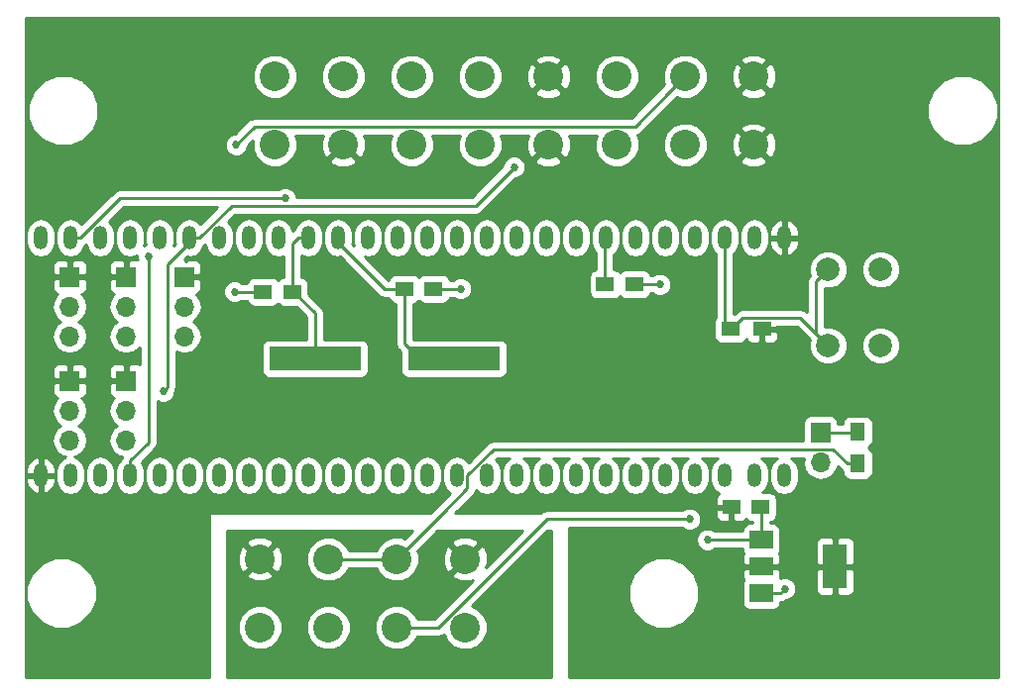
<source format=gtl>
G04 #@! TF.GenerationSoftware,KiCad,Pcbnew,(2017-03-04 revision f18196186)-makepkg*
G04 #@! TF.CreationDate,2017-03-09T17:33:05-05:00*
G04 #@! TF.ProjectId,C-CAN_Y17,432D43414E5F5931372E6B696361645F,rev?*
G04 #@! TF.FileFunction,Copper,L1,Top,Signal*
G04 #@! TF.FilePolarity,Positive*
%FSLAX46Y46*%
G04 Gerber Fmt 4.6, Leading zero omitted, Abs format (unit mm)*
G04 Created by KiCad (PCBNEW (2017-03-04 revision f18196186)-makepkg) date 03/09/17 17:33:05*
%MOMM*%
%LPD*%
G01*
G04 APERTURE LIST*
%ADD10C,0.100000*%
%ADD11R,1.700000X1.700000*%
%ADD12O,1.700000X1.700000*%
%ADD13C,2.540000*%
%ADD14R,1.500000X1.250000*%
%ADD15R,1.300000X1.500000*%
%ADD16R,1.500000X1.300000*%
%ADD17C,2.000000*%
%ADD18R,2.000000X1.500000*%
%ADD19R,2.000000X3.800000*%
%ADD20R,7.875000X2.000000*%
%ADD21O,1.200000X2.000000*%
%ADD22C,0.685800*%
%ADD23C,0.254000*%
G04 APERTURE END LIST*
D10*
D11*
X105791000Y-102870000D03*
D12*
X105791000Y-105410000D03*
X105791000Y-107950000D03*
D13*
X118491000Y-82677000D03*
X124333000Y-82677000D03*
X130175000Y-82677000D03*
X136017000Y-82677000D03*
X141859000Y-82677000D03*
X147701000Y-82677000D03*
X153543000Y-82677000D03*
X159385000Y-82677000D03*
X118491000Y-76835000D03*
X124333000Y-76835000D03*
X130175000Y-76835000D03*
X136017000Y-76835000D03*
X141859000Y-76835000D03*
X147701000Y-76835000D03*
X153543000Y-76835000D03*
X159385000Y-76835000D03*
X134747000Y-118110000D03*
X128905000Y-118110000D03*
X123063000Y-118110000D03*
X117221000Y-118110000D03*
X134747000Y-123952000D03*
X128905000Y-123952000D03*
X123063000Y-123952000D03*
X117221000Y-123952000D03*
D14*
X160000000Y-113665000D03*
X157500000Y-113665000D03*
X146705000Y-94615000D03*
X149205000Y-94615000D03*
X117495000Y-95250000D03*
X119995000Y-95250000D03*
X132060000Y-94996000D03*
X129560000Y-94996000D03*
D12*
X165100000Y-109855000D03*
D11*
X165100000Y-107315000D03*
D15*
X168275000Y-107235000D03*
X168275000Y-109935000D03*
D16*
X160100000Y-98425000D03*
X157400000Y-98425000D03*
D17*
X165735000Y-93345000D03*
X170235000Y-93345000D03*
X165735000Y-99845000D03*
X170235000Y-99845000D03*
D18*
X160045000Y-116445000D03*
X160045000Y-121045000D03*
X160045000Y-118745000D03*
D19*
X166345000Y-118745000D03*
D20*
X133795000Y-100965000D03*
X121920000Y-100965000D03*
D12*
X100965000Y-99060000D03*
X100965000Y-96520000D03*
D11*
X100965000Y-93980000D03*
X100965000Y-102870000D03*
D12*
X100965000Y-105410000D03*
X100965000Y-107950000D03*
X105791000Y-99060000D03*
X105791000Y-96520000D03*
D11*
X105791000Y-93980000D03*
D12*
X110744000Y-99060000D03*
X110744000Y-96520000D03*
D11*
X110744000Y-93980000D03*
D21*
X98491500Y-110955001D03*
X98491500Y-90635001D03*
X101031500Y-110955001D03*
X101031500Y-90635001D03*
X103571500Y-110955001D03*
X103571500Y-90635001D03*
X106111500Y-110955001D03*
X106111500Y-90635001D03*
X108651500Y-110955001D03*
X108651500Y-90635001D03*
X111191500Y-110955001D03*
X111191500Y-90635001D03*
X113731500Y-110955001D03*
X113731500Y-90635001D03*
X116271500Y-110955001D03*
X116271500Y-90635001D03*
X118811500Y-110955001D03*
X118811500Y-90635001D03*
X121351500Y-110955001D03*
X121351500Y-90635001D03*
X123891500Y-110955001D03*
X123891500Y-90635001D03*
X126431500Y-110955001D03*
X126431500Y-90635001D03*
X128971500Y-110955001D03*
X128971500Y-90635001D03*
X131511500Y-110955001D03*
X131511500Y-90635001D03*
X134051500Y-110955001D03*
X134051500Y-90635001D03*
X136591500Y-110955001D03*
X136591500Y-90635001D03*
X139131500Y-110955001D03*
X139131500Y-90635001D03*
X141671500Y-110955001D03*
X141671500Y-90635001D03*
X144211500Y-110955001D03*
X144211500Y-90635001D03*
X146751500Y-110955001D03*
X146751500Y-90635001D03*
X149291500Y-110955001D03*
X149291500Y-90635001D03*
X151831500Y-110955001D03*
X151831500Y-90635001D03*
X154371500Y-110955001D03*
X154371500Y-90635001D03*
X156911500Y-110955001D03*
X156911500Y-90635001D03*
X159451500Y-110955001D03*
X159451500Y-90635001D03*
X161991500Y-110955001D03*
X161991500Y-90635001D03*
D22*
X155321000Y-118745000D03*
X105410000Y-117348000D03*
X109220000Y-115824000D03*
X155448000Y-116459000D03*
X151384000Y-94615000D03*
X134366000Y-94996000D03*
X115062000Y-95250000D03*
X153924000Y-114681000D03*
X119380000Y-87261690D03*
X107696000Y-92202000D03*
X115189000Y-82677000D03*
X108966000Y-103759000D03*
X138938000Y-84582000D03*
X162052000Y-120650000D03*
D23*
X160045000Y-118745000D02*
X155321000Y-118745000D01*
X160045000Y-116445000D02*
X155462000Y-116445000D01*
X155462000Y-116445000D02*
X155448000Y-116459000D01*
X149205000Y-94615000D02*
X151384000Y-94615000D01*
X132060000Y-94996000D02*
X134366000Y-94996000D01*
X117495000Y-95250000D02*
X115062000Y-95250000D01*
X160045000Y-116445000D02*
X160045000Y-113710000D01*
X160045000Y-113710000D02*
X160000000Y-113665000D01*
X146705000Y-94615000D02*
X146705000Y-90681501D01*
X146705000Y-90681501D02*
X146751500Y-90635001D01*
X119995000Y-95250000D02*
X119995000Y-91137501D01*
X119995000Y-91137501D02*
X120497500Y-90635001D01*
X120497500Y-90635001D02*
X121351500Y-90635001D01*
X121920000Y-100965000D02*
X121920000Y-97050000D01*
X121920000Y-97050000D02*
X120120000Y-95250000D01*
X120120000Y-95250000D02*
X119995000Y-95250000D01*
X129560000Y-94996000D02*
X129560000Y-99667500D01*
X129560000Y-99667500D02*
X130857500Y-100965000D01*
X130857500Y-100965000D02*
X133795000Y-100965000D01*
X123891500Y-90635001D02*
X123891500Y-91035001D01*
X123891500Y-91035001D02*
X127852499Y-94996000D01*
X127852499Y-94996000D02*
X128556000Y-94996000D01*
X128556000Y-94996000D02*
X129560000Y-94996000D01*
X128905000Y-123952000D02*
X132453886Y-123952000D01*
X132453886Y-123952000D02*
X141724886Y-114681000D01*
X141724886Y-114681000D02*
X153924000Y-114681000D01*
X165100000Y-107315000D02*
X168195000Y-107315000D01*
X168195000Y-107315000D02*
X168275000Y-107235000D01*
X118895067Y-87261690D02*
X119380000Y-87261690D01*
X101031500Y-90635001D02*
X101885500Y-90635001D01*
X101885500Y-90635001D02*
X105258811Y-87261690D01*
X105258811Y-87261690D02*
X118895067Y-87261690D01*
X106111500Y-110955001D02*
X106111500Y-109701001D01*
X106111500Y-109701001D02*
X107696000Y-108116501D01*
X107696000Y-108116501D02*
X107696000Y-92202000D01*
X115189000Y-82677000D02*
X116738401Y-81127599D01*
X152273001Y-78104999D02*
X153543000Y-76835000D01*
X116738401Y-81127599D02*
X149250401Y-81127599D01*
X149250401Y-81127599D02*
X152273001Y-78104999D01*
X108966000Y-103759000D02*
X109308899Y-103416101D01*
X109308899Y-103416101D02*
X109308899Y-92917602D01*
X109308899Y-92917602D02*
X111191500Y-91035001D01*
X111191500Y-91035001D02*
X111191500Y-90635001D01*
X124968000Y-87884000D02*
X135636000Y-87884000D01*
X135636000Y-87884000D02*
X138938000Y-84582000D01*
X114796501Y-87884000D02*
X124968000Y-87884000D01*
X111191500Y-90635001D02*
X112045500Y-90635001D01*
X112045500Y-90635001D02*
X114796501Y-87884000D01*
X128905000Y-118110000D02*
X132715000Y-114300000D01*
X132715000Y-114300000D02*
X133223000Y-113792000D01*
X168275000Y-109935000D02*
X167371000Y-109935000D01*
X134930910Y-110971918D02*
X134930910Y-112084090D01*
X167371000Y-109935000D02*
X166161599Y-108725599D01*
X166161599Y-108725599D02*
X137177229Y-108725599D01*
X137177229Y-108725599D02*
X134930910Y-110971918D01*
X134930910Y-112084090D02*
X132715000Y-114300000D01*
X128905000Y-118110000D02*
X127108949Y-118110000D01*
X127108949Y-118110000D02*
X123063000Y-118110000D01*
X157400000Y-98425000D02*
X157500000Y-98425000D01*
X157500000Y-98425000D02*
X158429401Y-97495599D01*
X164735001Y-98845001D02*
X165735000Y-99845000D01*
X158429401Y-97495599D02*
X163385599Y-97495599D01*
X163385599Y-97495599D02*
X164735001Y-98845001D01*
X165735000Y-93345000D02*
X164735001Y-94344999D01*
X164735001Y-94344999D02*
X164735001Y-98845001D01*
X156911500Y-90635001D02*
X156911500Y-97936500D01*
X156911500Y-97936500D02*
X157400000Y-98425000D01*
X160045000Y-121045000D02*
X161657000Y-121045000D01*
X161657000Y-121045000D02*
X162052000Y-120650000D01*
G36*
X129601048Y-116336321D02*
X129285590Y-116205332D01*
X128527735Y-116204670D01*
X127827314Y-116494078D01*
X127290961Y-117029495D01*
X127158707Y-117348000D01*
X124809361Y-117348000D01*
X124678922Y-117032314D01*
X124143505Y-116495961D01*
X123443590Y-116205332D01*
X122685735Y-116204670D01*
X121985314Y-116494078D01*
X121448961Y-117029495D01*
X121158332Y-117729410D01*
X121157670Y-118487265D01*
X121447078Y-119187686D01*
X121982495Y-119724039D01*
X122682410Y-120014668D01*
X123440265Y-120015330D01*
X124140686Y-119725922D01*
X124677039Y-119190505D01*
X124809293Y-118872000D01*
X127158639Y-118872000D01*
X127289078Y-119187686D01*
X127824495Y-119724039D01*
X128524410Y-120014668D01*
X129282265Y-120015330D01*
X129982686Y-119725922D01*
X130519039Y-119190505D01*
X130809668Y-118490590D01*
X130810287Y-117781036D01*
X132832739Y-117781036D01*
X132852564Y-118538632D01*
X133104343Y-119146480D01*
X133399223Y-119278172D01*
X134567395Y-118110000D01*
X133399223Y-116941828D01*
X133104343Y-117073520D01*
X132832739Y-117781036D01*
X130810287Y-117781036D01*
X130810330Y-117732735D01*
X130678631Y-117413999D01*
X131330407Y-116762223D01*
X133578828Y-116762223D01*
X134747000Y-117930395D01*
X135915172Y-116762223D01*
X135783480Y-116467343D01*
X135075964Y-116195739D01*
X134318368Y-116215564D01*
X133710520Y-116467343D01*
X133578828Y-116762223D01*
X131330407Y-116762223D01*
X132395631Y-115697000D01*
X139631256Y-115697000D01*
X136519182Y-118809074D01*
X136661261Y-118438964D01*
X136641436Y-117681368D01*
X136389657Y-117073520D01*
X136094777Y-116941828D01*
X134926605Y-118110000D01*
X134940748Y-118124143D01*
X134761143Y-118303748D01*
X134747000Y-118289605D01*
X133578828Y-119457777D01*
X133710520Y-119752657D01*
X134418036Y-120024261D01*
X135175632Y-120004436D01*
X135428605Y-119899651D01*
X132138256Y-123190000D01*
X130651361Y-123190000D01*
X130520922Y-122874314D01*
X129985505Y-122337961D01*
X129285590Y-122047332D01*
X128527735Y-122046670D01*
X127827314Y-122336078D01*
X127290961Y-122871495D01*
X127000332Y-123571410D01*
X126999670Y-124329265D01*
X127289078Y-125029686D01*
X127824495Y-125566039D01*
X128524410Y-125856668D01*
X129282265Y-125857330D01*
X129982686Y-125567922D01*
X130519039Y-125032505D01*
X130651293Y-124714000D01*
X132453886Y-124714000D01*
X132745491Y-124655996D01*
X132926655Y-124534945D01*
X133131078Y-125029686D01*
X133666495Y-125566039D01*
X134366410Y-125856668D01*
X135124265Y-125857330D01*
X135824686Y-125567922D01*
X136361039Y-125032505D01*
X136651668Y-124332590D01*
X136652330Y-123574735D01*
X136362922Y-122874314D01*
X135827505Y-122337961D01*
X135345641Y-122137875D01*
X141786516Y-115697000D01*
X142113000Y-115697000D01*
X142113000Y-128195000D01*
X114427000Y-128195000D01*
X114427000Y-124329265D01*
X115315670Y-124329265D01*
X115605078Y-125029686D01*
X116140495Y-125566039D01*
X116840410Y-125856668D01*
X117598265Y-125857330D01*
X118298686Y-125567922D01*
X118835039Y-125032505D01*
X119125668Y-124332590D01*
X119125670Y-124329265D01*
X121157670Y-124329265D01*
X121447078Y-125029686D01*
X121982495Y-125566039D01*
X122682410Y-125856668D01*
X123440265Y-125857330D01*
X124140686Y-125567922D01*
X124677039Y-125032505D01*
X124967668Y-124332590D01*
X124968330Y-123574735D01*
X124678922Y-122874314D01*
X124143505Y-122337961D01*
X123443590Y-122047332D01*
X122685735Y-122046670D01*
X121985314Y-122336078D01*
X121448961Y-122871495D01*
X121158332Y-123571410D01*
X121157670Y-124329265D01*
X119125670Y-124329265D01*
X119126330Y-123574735D01*
X118836922Y-122874314D01*
X118301505Y-122337961D01*
X117601590Y-122047332D01*
X116843735Y-122046670D01*
X116143314Y-122336078D01*
X115606961Y-122871495D01*
X115316332Y-123571410D01*
X115315670Y-124329265D01*
X114427000Y-124329265D01*
X114427000Y-119457777D01*
X116052828Y-119457777D01*
X116184520Y-119752657D01*
X116892036Y-120024261D01*
X117649632Y-120004436D01*
X118257480Y-119752657D01*
X118389172Y-119457777D01*
X117221000Y-118289605D01*
X116052828Y-119457777D01*
X114427000Y-119457777D01*
X114427000Y-117781036D01*
X115306739Y-117781036D01*
X115326564Y-118538632D01*
X115578343Y-119146480D01*
X115873223Y-119278172D01*
X117041395Y-118110000D01*
X117400605Y-118110000D01*
X118568777Y-119278172D01*
X118863657Y-119146480D01*
X119135261Y-118438964D01*
X119115436Y-117681368D01*
X118863657Y-117073520D01*
X118568777Y-116941828D01*
X117400605Y-118110000D01*
X117041395Y-118110000D01*
X115873223Y-116941828D01*
X115578343Y-117073520D01*
X115306739Y-117781036D01*
X114427000Y-117781036D01*
X114427000Y-116762223D01*
X116052828Y-116762223D01*
X117221000Y-117930395D01*
X118389172Y-116762223D01*
X118257480Y-116467343D01*
X117549964Y-116195739D01*
X116792368Y-116215564D01*
X116184520Y-116467343D01*
X116052828Y-116762223D01*
X114427000Y-116762223D01*
X114427000Y-115697000D01*
X130240369Y-115697000D01*
X129601048Y-116336321D01*
X129601048Y-116336321D01*
G37*
X129601048Y-116336321D02*
X129285590Y-116205332D01*
X128527735Y-116204670D01*
X127827314Y-116494078D01*
X127290961Y-117029495D01*
X127158707Y-117348000D01*
X124809361Y-117348000D01*
X124678922Y-117032314D01*
X124143505Y-116495961D01*
X123443590Y-116205332D01*
X122685735Y-116204670D01*
X121985314Y-116494078D01*
X121448961Y-117029495D01*
X121158332Y-117729410D01*
X121157670Y-118487265D01*
X121447078Y-119187686D01*
X121982495Y-119724039D01*
X122682410Y-120014668D01*
X123440265Y-120015330D01*
X124140686Y-119725922D01*
X124677039Y-119190505D01*
X124809293Y-118872000D01*
X127158639Y-118872000D01*
X127289078Y-119187686D01*
X127824495Y-119724039D01*
X128524410Y-120014668D01*
X129282265Y-120015330D01*
X129982686Y-119725922D01*
X130519039Y-119190505D01*
X130809668Y-118490590D01*
X130810287Y-117781036D01*
X132832739Y-117781036D01*
X132852564Y-118538632D01*
X133104343Y-119146480D01*
X133399223Y-119278172D01*
X134567395Y-118110000D01*
X133399223Y-116941828D01*
X133104343Y-117073520D01*
X132832739Y-117781036D01*
X130810287Y-117781036D01*
X130810330Y-117732735D01*
X130678631Y-117413999D01*
X131330407Y-116762223D01*
X133578828Y-116762223D01*
X134747000Y-117930395D01*
X135915172Y-116762223D01*
X135783480Y-116467343D01*
X135075964Y-116195739D01*
X134318368Y-116215564D01*
X133710520Y-116467343D01*
X133578828Y-116762223D01*
X131330407Y-116762223D01*
X132395631Y-115697000D01*
X139631256Y-115697000D01*
X136519182Y-118809074D01*
X136661261Y-118438964D01*
X136641436Y-117681368D01*
X136389657Y-117073520D01*
X136094777Y-116941828D01*
X134926605Y-118110000D01*
X134940748Y-118124143D01*
X134761143Y-118303748D01*
X134747000Y-118289605D01*
X133578828Y-119457777D01*
X133710520Y-119752657D01*
X134418036Y-120024261D01*
X135175632Y-120004436D01*
X135428605Y-119899651D01*
X132138256Y-123190000D01*
X130651361Y-123190000D01*
X130520922Y-122874314D01*
X129985505Y-122337961D01*
X129285590Y-122047332D01*
X128527735Y-122046670D01*
X127827314Y-122336078D01*
X127290961Y-122871495D01*
X127000332Y-123571410D01*
X126999670Y-124329265D01*
X127289078Y-125029686D01*
X127824495Y-125566039D01*
X128524410Y-125856668D01*
X129282265Y-125857330D01*
X129982686Y-125567922D01*
X130519039Y-125032505D01*
X130651293Y-124714000D01*
X132453886Y-124714000D01*
X132745491Y-124655996D01*
X132926655Y-124534945D01*
X133131078Y-125029686D01*
X133666495Y-125566039D01*
X134366410Y-125856668D01*
X135124265Y-125857330D01*
X135824686Y-125567922D01*
X136361039Y-125032505D01*
X136651668Y-124332590D01*
X136652330Y-123574735D01*
X136362922Y-122874314D01*
X135827505Y-122337961D01*
X135345641Y-122137875D01*
X141786516Y-115697000D01*
X142113000Y-115697000D01*
X142113000Y-128195000D01*
X114427000Y-128195000D01*
X114427000Y-124329265D01*
X115315670Y-124329265D01*
X115605078Y-125029686D01*
X116140495Y-125566039D01*
X116840410Y-125856668D01*
X117598265Y-125857330D01*
X118298686Y-125567922D01*
X118835039Y-125032505D01*
X119125668Y-124332590D01*
X119125670Y-124329265D01*
X121157670Y-124329265D01*
X121447078Y-125029686D01*
X121982495Y-125566039D01*
X122682410Y-125856668D01*
X123440265Y-125857330D01*
X124140686Y-125567922D01*
X124677039Y-125032505D01*
X124967668Y-124332590D01*
X124968330Y-123574735D01*
X124678922Y-122874314D01*
X124143505Y-122337961D01*
X123443590Y-122047332D01*
X122685735Y-122046670D01*
X121985314Y-122336078D01*
X121448961Y-122871495D01*
X121158332Y-123571410D01*
X121157670Y-124329265D01*
X119125670Y-124329265D01*
X119126330Y-123574735D01*
X118836922Y-122874314D01*
X118301505Y-122337961D01*
X117601590Y-122047332D01*
X116843735Y-122046670D01*
X116143314Y-122336078D01*
X115606961Y-122871495D01*
X115316332Y-123571410D01*
X115315670Y-124329265D01*
X114427000Y-124329265D01*
X114427000Y-119457777D01*
X116052828Y-119457777D01*
X116184520Y-119752657D01*
X116892036Y-120024261D01*
X117649632Y-120004436D01*
X118257480Y-119752657D01*
X118389172Y-119457777D01*
X117221000Y-118289605D01*
X116052828Y-119457777D01*
X114427000Y-119457777D01*
X114427000Y-117781036D01*
X115306739Y-117781036D01*
X115326564Y-118538632D01*
X115578343Y-119146480D01*
X115873223Y-119278172D01*
X117041395Y-118110000D01*
X117400605Y-118110000D01*
X118568777Y-119278172D01*
X118863657Y-119146480D01*
X119135261Y-118438964D01*
X119115436Y-117681368D01*
X118863657Y-117073520D01*
X118568777Y-116941828D01*
X117400605Y-118110000D01*
X117041395Y-118110000D01*
X115873223Y-116941828D01*
X115578343Y-117073520D01*
X115306739Y-117781036D01*
X114427000Y-117781036D01*
X114427000Y-116762223D01*
X116052828Y-116762223D01*
X117221000Y-117930395D01*
X118389172Y-116762223D01*
X118257480Y-116467343D01*
X117549964Y-116195739D01*
X116792368Y-116215564D01*
X116184520Y-116467343D01*
X116052828Y-116762223D01*
X114427000Y-116762223D01*
X114427000Y-115697000D01*
X130240369Y-115697000D01*
X129601048Y-116336321D01*
G36*
X180265000Y-128195000D02*
X143637000Y-128195000D01*
X143637000Y-121629595D01*
X148665677Y-121629595D01*
X149124870Y-122740928D01*
X149974399Y-123591941D01*
X151084930Y-124053074D01*
X152287395Y-124054123D01*
X153398728Y-123594930D01*
X154249741Y-122745401D01*
X154710874Y-121634870D01*
X154711923Y-120432405D01*
X154655149Y-120295000D01*
X158397560Y-120295000D01*
X158397560Y-121795000D01*
X158446843Y-122042765D01*
X158587191Y-122252809D01*
X158797235Y-122393157D01*
X159045000Y-122442440D01*
X161045000Y-122442440D01*
X161292765Y-122393157D01*
X161502809Y-122252809D01*
X161643157Y-122042765D01*
X161691415Y-121800154D01*
X161948605Y-121748996D01*
X162129736Y-121627968D01*
X162245663Y-121628069D01*
X162605212Y-121479507D01*
X162880540Y-121204659D01*
X163029730Y-120845370D01*
X163030069Y-120456337D01*
X162881507Y-120096788D01*
X162606659Y-119821460D01*
X162247370Y-119672270D01*
X161858337Y-119671931D01*
X161617878Y-119771286D01*
X161680000Y-119621310D01*
X161680000Y-119030750D01*
X164710000Y-119030750D01*
X164710000Y-120771310D01*
X164806673Y-121004699D01*
X164985302Y-121183327D01*
X165218691Y-121280000D01*
X166059250Y-121280000D01*
X166218000Y-121121250D01*
X166218000Y-118872000D01*
X166472000Y-118872000D01*
X166472000Y-121121250D01*
X166630750Y-121280000D01*
X167471309Y-121280000D01*
X167704698Y-121183327D01*
X167883327Y-121004699D01*
X167980000Y-120771310D01*
X167980000Y-119030750D01*
X167821250Y-118872000D01*
X166472000Y-118872000D01*
X166218000Y-118872000D01*
X164868750Y-118872000D01*
X164710000Y-119030750D01*
X161680000Y-119030750D01*
X161521250Y-118872000D01*
X160172000Y-118872000D01*
X160172000Y-118892000D01*
X159918000Y-118892000D01*
X159918000Y-118872000D01*
X158568750Y-118872000D01*
X158410000Y-119030750D01*
X158410000Y-119621310D01*
X158506673Y-119854699D01*
X158547927Y-119895953D01*
X158446843Y-120047235D01*
X158397560Y-120295000D01*
X154655149Y-120295000D01*
X154252730Y-119321072D01*
X153403201Y-118470059D01*
X152292670Y-118008926D01*
X151090205Y-118007877D01*
X149978872Y-118467070D01*
X149127859Y-119316599D01*
X148666726Y-120427130D01*
X148665677Y-121629595D01*
X143637000Y-121629595D01*
X143637000Y-115443000D01*
X153302917Y-115443000D01*
X153369341Y-115509540D01*
X153728630Y-115658730D01*
X154117663Y-115659069D01*
X154477212Y-115510507D01*
X154752540Y-115235659D01*
X154901730Y-114876370D01*
X154902069Y-114487337D01*
X154753507Y-114127788D01*
X154576778Y-113950750D01*
X156115000Y-113950750D01*
X156115000Y-114416310D01*
X156211673Y-114649699D01*
X156390302Y-114828327D01*
X156623691Y-114925000D01*
X157214250Y-114925000D01*
X157373000Y-114766250D01*
X157373000Y-113792000D01*
X156273750Y-113792000D01*
X156115000Y-113950750D01*
X154576778Y-113950750D01*
X154478659Y-113852460D01*
X154119370Y-113703270D01*
X153730337Y-113702931D01*
X153370788Y-113851493D01*
X153303163Y-113919000D01*
X141724886Y-113919000D01*
X141433281Y-113977004D01*
X141273742Y-114083605D01*
X141186071Y-114142185D01*
X141155256Y-114173000D01*
X133919630Y-114173000D01*
X135469725Y-112622905D01*
X135519466Y-112548463D01*
X135634906Y-112375695D01*
X135671706Y-112190692D01*
X135718223Y-112260310D01*
X136118886Y-112528024D01*
X136591500Y-112622033D01*
X137064114Y-112528024D01*
X137464777Y-112260310D01*
X137732491Y-111859647D01*
X137826500Y-111387033D01*
X137826500Y-110522969D01*
X137732491Y-110050355D01*
X137464777Y-109649692D01*
X137384444Y-109596015D01*
X137492860Y-109487599D01*
X138500813Y-109487599D01*
X138258223Y-109649692D01*
X137990509Y-110050355D01*
X137896500Y-110522969D01*
X137896500Y-111387033D01*
X137990509Y-111859647D01*
X138258223Y-112260310D01*
X138658886Y-112528024D01*
X139131500Y-112622033D01*
X139604114Y-112528024D01*
X140004777Y-112260310D01*
X140272491Y-111859647D01*
X140366500Y-111387033D01*
X140366500Y-110522969D01*
X140272491Y-110050355D01*
X140004777Y-109649692D01*
X139762187Y-109487599D01*
X141040813Y-109487599D01*
X140798223Y-109649692D01*
X140530509Y-110050355D01*
X140436500Y-110522969D01*
X140436500Y-111387033D01*
X140530509Y-111859647D01*
X140798223Y-112260310D01*
X141198886Y-112528024D01*
X141671500Y-112622033D01*
X142144114Y-112528024D01*
X142544777Y-112260310D01*
X142812491Y-111859647D01*
X142906500Y-111387033D01*
X142906500Y-110522969D01*
X142812491Y-110050355D01*
X142544777Y-109649692D01*
X142302187Y-109487599D01*
X143580813Y-109487599D01*
X143338223Y-109649692D01*
X143070509Y-110050355D01*
X142976500Y-110522969D01*
X142976500Y-111387033D01*
X143070509Y-111859647D01*
X143338223Y-112260310D01*
X143738886Y-112528024D01*
X144211500Y-112622033D01*
X144684114Y-112528024D01*
X145084777Y-112260310D01*
X145352491Y-111859647D01*
X145446500Y-111387033D01*
X145446500Y-110522969D01*
X145352491Y-110050355D01*
X145084777Y-109649692D01*
X144842187Y-109487599D01*
X146120813Y-109487599D01*
X145878223Y-109649692D01*
X145610509Y-110050355D01*
X145516500Y-110522969D01*
X145516500Y-111387033D01*
X145610509Y-111859647D01*
X145878223Y-112260310D01*
X146278886Y-112528024D01*
X146751500Y-112622033D01*
X147224114Y-112528024D01*
X147624777Y-112260310D01*
X147892491Y-111859647D01*
X147986500Y-111387033D01*
X147986500Y-110522969D01*
X147892491Y-110050355D01*
X147624777Y-109649692D01*
X147382187Y-109487599D01*
X148660813Y-109487599D01*
X148418223Y-109649692D01*
X148150509Y-110050355D01*
X148056500Y-110522969D01*
X148056500Y-111387033D01*
X148150509Y-111859647D01*
X148418223Y-112260310D01*
X148818886Y-112528024D01*
X149291500Y-112622033D01*
X149764114Y-112528024D01*
X150164777Y-112260310D01*
X150432491Y-111859647D01*
X150526500Y-111387033D01*
X150526500Y-110522969D01*
X150432491Y-110050355D01*
X150164777Y-109649692D01*
X149922187Y-109487599D01*
X151200813Y-109487599D01*
X150958223Y-109649692D01*
X150690509Y-110050355D01*
X150596500Y-110522969D01*
X150596500Y-111387033D01*
X150690509Y-111859647D01*
X150958223Y-112260310D01*
X151358886Y-112528024D01*
X151831500Y-112622033D01*
X152304114Y-112528024D01*
X152704777Y-112260310D01*
X152972491Y-111859647D01*
X153066500Y-111387033D01*
X153066500Y-110522969D01*
X152972491Y-110050355D01*
X152704777Y-109649692D01*
X152462187Y-109487599D01*
X153740813Y-109487599D01*
X153498223Y-109649692D01*
X153230509Y-110050355D01*
X153136500Y-110522969D01*
X153136500Y-111387033D01*
X153230509Y-111859647D01*
X153498223Y-112260310D01*
X153898886Y-112528024D01*
X154371500Y-112622033D01*
X154844114Y-112528024D01*
X155244777Y-112260310D01*
X155512491Y-111859647D01*
X155606500Y-111387033D01*
X155606500Y-110522969D01*
X155512491Y-110050355D01*
X155244777Y-109649692D01*
X155002187Y-109487599D01*
X156280813Y-109487599D01*
X156038223Y-109649692D01*
X155770509Y-110050355D01*
X155676500Y-110522969D01*
X155676500Y-111387033D01*
X155770509Y-111859647D01*
X156038223Y-112260310D01*
X156395949Y-112499334D01*
X156390302Y-112501673D01*
X156211673Y-112680301D01*
X156115000Y-112913690D01*
X156115000Y-113379250D01*
X156273750Y-113538000D01*
X157373000Y-113538000D01*
X157373000Y-113518000D01*
X157627000Y-113518000D01*
X157627000Y-113538000D01*
X157647000Y-113538000D01*
X157647000Y-113792000D01*
X157627000Y-113792000D01*
X157627000Y-114766250D01*
X157785750Y-114925000D01*
X158376309Y-114925000D01*
X158609698Y-114828327D01*
X158751346Y-114686680D01*
X158792191Y-114747809D01*
X159002235Y-114888157D01*
X159250000Y-114937440D01*
X159283000Y-114937440D01*
X159283000Y-115047560D01*
X159045000Y-115047560D01*
X158797235Y-115096843D01*
X158587191Y-115237191D01*
X158446843Y-115447235D01*
X158399947Y-115683000D01*
X156055107Y-115683000D01*
X156002659Y-115630460D01*
X155643370Y-115481270D01*
X155254337Y-115480931D01*
X154894788Y-115629493D01*
X154619460Y-115904341D01*
X154470270Y-116263630D01*
X154469931Y-116652663D01*
X154618493Y-117012212D01*
X154893341Y-117287540D01*
X155252630Y-117436730D01*
X155641663Y-117437069D01*
X156001212Y-117288507D01*
X156082861Y-117207000D01*
X158399947Y-117207000D01*
X158446843Y-117442765D01*
X158547927Y-117594047D01*
X158506673Y-117635301D01*
X158410000Y-117868690D01*
X158410000Y-118459250D01*
X158568750Y-118618000D01*
X159918000Y-118618000D01*
X159918000Y-118598000D01*
X160172000Y-118598000D01*
X160172000Y-118618000D01*
X161521250Y-118618000D01*
X161680000Y-118459250D01*
X161680000Y-117868690D01*
X161583327Y-117635301D01*
X161542073Y-117594047D01*
X161643157Y-117442765D01*
X161692440Y-117195000D01*
X161692440Y-116718690D01*
X164710000Y-116718690D01*
X164710000Y-118459250D01*
X164868750Y-118618000D01*
X166218000Y-118618000D01*
X166218000Y-116368750D01*
X166472000Y-116368750D01*
X166472000Y-118618000D01*
X167821250Y-118618000D01*
X167980000Y-118459250D01*
X167980000Y-116718690D01*
X167883327Y-116485301D01*
X167704698Y-116306673D01*
X167471309Y-116210000D01*
X166630750Y-116210000D01*
X166472000Y-116368750D01*
X166218000Y-116368750D01*
X166059250Y-116210000D01*
X165218691Y-116210000D01*
X164985302Y-116306673D01*
X164806673Y-116485301D01*
X164710000Y-116718690D01*
X161692440Y-116718690D01*
X161692440Y-115695000D01*
X161643157Y-115447235D01*
X161502809Y-115237191D01*
X161292765Y-115096843D01*
X161045000Y-115047560D01*
X160807000Y-115047560D01*
X160807000Y-114926102D01*
X160997765Y-114888157D01*
X161207809Y-114747809D01*
X161348157Y-114537765D01*
X161397440Y-114290000D01*
X161397440Y-113040000D01*
X161348157Y-112792235D01*
X161207809Y-112582191D01*
X160997765Y-112441843D01*
X160750000Y-112392560D01*
X160126851Y-112392560D01*
X160324777Y-112260310D01*
X160592491Y-111859647D01*
X160686500Y-111387033D01*
X160686500Y-110522969D01*
X160592491Y-110050355D01*
X160324777Y-109649692D01*
X160082187Y-109487599D01*
X161360813Y-109487599D01*
X161118223Y-109649692D01*
X160850509Y-110050355D01*
X160756500Y-110522969D01*
X160756500Y-111387033D01*
X160850509Y-111859647D01*
X161118223Y-112260310D01*
X161518886Y-112528024D01*
X161991500Y-112622033D01*
X162464114Y-112528024D01*
X162864777Y-112260310D01*
X163132491Y-111859647D01*
X163226500Y-111387033D01*
X163226500Y-110522969D01*
X163132491Y-110050355D01*
X162864777Y-109649692D01*
X162622187Y-109487599D01*
X163658988Y-109487599D01*
X163585907Y-109855000D01*
X163698946Y-110423285D01*
X164020853Y-110905054D01*
X164502622Y-111226961D01*
X165070907Y-111340000D01*
X165129093Y-111340000D01*
X165697378Y-111226961D01*
X166179147Y-110905054D01*
X166501054Y-110423285D01*
X166547609Y-110189239D01*
X166832184Y-110473815D01*
X166977560Y-110570952D01*
X166977560Y-110685000D01*
X167026843Y-110932765D01*
X167167191Y-111142809D01*
X167377235Y-111283157D01*
X167625000Y-111332440D01*
X168925000Y-111332440D01*
X169172765Y-111283157D01*
X169382809Y-111142809D01*
X169523157Y-110932765D01*
X169572440Y-110685000D01*
X169572440Y-109185000D01*
X169523157Y-108937235D01*
X169382809Y-108727191D01*
X169172765Y-108586843D01*
X169163500Y-108585000D01*
X169172765Y-108583157D01*
X169382809Y-108442809D01*
X169523157Y-108232765D01*
X169572440Y-107985000D01*
X169572440Y-106485000D01*
X169523157Y-106237235D01*
X169382809Y-106027191D01*
X169172765Y-105886843D01*
X168925000Y-105837560D01*
X167625000Y-105837560D01*
X167377235Y-105886843D01*
X167167191Y-106027191D01*
X167026843Y-106237235D01*
X166977560Y-106485000D01*
X166977560Y-106553000D01*
X166597440Y-106553000D01*
X166597440Y-106465000D01*
X166548157Y-106217235D01*
X166407809Y-106007191D01*
X166197765Y-105866843D01*
X165950000Y-105817560D01*
X164250000Y-105817560D01*
X164002235Y-105866843D01*
X163792191Y-106007191D01*
X163651843Y-106217235D01*
X163602560Y-106465000D01*
X163602560Y-107963599D01*
X137177229Y-107963599D01*
X136885624Y-108021603D01*
X136802718Y-108076999D01*
X136638414Y-108186783D01*
X135025205Y-109799993D01*
X134924777Y-109649692D01*
X134524114Y-109381978D01*
X134051500Y-109287969D01*
X133578886Y-109381978D01*
X133178223Y-109649692D01*
X132910509Y-110050355D01*
X132816500Y-110522969D01*
X132816500Y-111387033D01*
X132910509Y-111859647D01*
X133178223Y-112260310D01*
X133477254Y-112460116D01*
X132684187Y-113253183D01*
X132684184Y-113253185D01*
X132399370Y-113538000D01*
X132176188Y-113761182D01*
X132176185Y-113761184D01*
X131764369Y-114173000D01*
X113030000Y-114173000D01*
X112981399Y-114182667D01*
X112940197Y-114210197D01*
X112912667Y-114251399D01*
X112903000Y-114300000D01*
X112903000Y-128195000D01*
X97230000Y-128195000D01*
X97230000Y-121629595D01*
X97256077Y-121629595D01*
X97715270Y-122740928D01*
X98564799Y-123591941D01*
X99675330Y-124053074D01*
X100877795Y-124054123D01*
X101989128Y-123594930D01*
X102840141Y-122745401D01*
X103301274Y-121634870D01*
X103302323Y-120432405D01*
X102843130Y-119321072D01*
X101993601Y-118470059D01*
X100883070Y-118008926D01*
X99680605Y-118007877D01*
X98569272Y-118467070D01*
X97718259Y-119316599D01*
X97257126Y-120427130D01*
X97256077Y-121629595D01*
X97230000Y-121629595D01*
X97230000Y-111082001D01*
X97256500Y-111082001D01*
X97256500Y-111482001D01*
X97399110Y-111944948D01*
X97708026Y-112318081D01*
X98136219Y-112544593D01*
X98173891Y-112548463D01*
X98364500Y-112423732D01*
X98364500Y-111082001D01*
X98618500Y-111082001D01*
X98618500Y-112423732D01*
X98809109Y-112548463D01*
X98846781Y-112544593D01*
X99274974Y-112318081D01*
X99583890Y-111944948D01*
X99726500Y-111482001D01*
X99726500Y-111082001D01*
X98618500Y-111082001D01*
X98364500Y-111082001D01*
X97256500Y-111082001D01*
X97230000Y-111082001D01*
X97230000Y-110428001D01*
X97256500Y-110428001D01*
X97256500Y-110828001D01*
X98364500Y-110828001D01*
X98364500Y-109486270D01*
X98618500Y-109486270D01*
X98618500Y-110828001D01*
X99726500Y-110828001D01*
X99726500Y-110428001D01*
X99583890Y-109965054D01*
X99274974Y-109591921D01*
X98846781Y-109365409D01*
X98809109Y-109361539D01*
X98618500Y-109486270D01*
X98364500Y-109486270D01*
X98173891Y-109361539D01*
X98136219Y-109365409D01*
X97708026Y-109591921D01*
X97399110Y-109965054D01*
X97256500Y-110428001D01*
X97230000Y-110428001D01*
X97230000Y-105410000D01*
X99450907Y-105410000D01*
X99563946Y-105978285D01*
X99885853Y-106460054D01*
X100215026Y-106680000D01*
X99885853Y-106899946D01*
X99563946Y-107381715D01*
X99450907Y-107950000D01*
X99563946Y-108518285D01*
X99885853Y-109000054D01*
X100367622Y-109321961D01*
X100614117Y-109370992D01*
X100558886Y-109381978D01*
X100158223Y-109649692D01*
X99890509Y-110050355D01*
X99796500Y-110522969D01*
X99796500Y-111387033D01*
X99890509Y-111859647D01*
X100158223Y-112260310D01*
X100558886Y-112528024D01*
X101031500Y-112622033D01*
X101504114Y-112528024D01*
X101904777Y-112260310D01*
X102172491Y-111859647D01*
X102266500Y-111387033D01*
X102266500Y-110522969D01*
X102336500Y-110522969D01*
X102336500Y-111387033D01*
X102430509Y-111859647D01*
X102698223Y-112260310D01*
X103098886Y-112528024D01*
X103571500Y-112622033D01*
X104044114Y-112528024D01*
X104444777Y-112260310D01*
X104712491Y-111859647D01*
X104806500Y-111387033D01*
X104806500Y-110522969D01*
X104712491Y-110050355D01*
X104444777Y-109649692D01*
X104044114Y-109381978D01*
X103571500Y-109287969D01*
X103098886Y-109381978D01*
X102698223Y-109649692D01*
X102430509Y-110050355D01*
X102336500Y-110522969D01*
X102266500Y-110522969D01*
X102172491Y-110050355D01*
X101904777Y-109649692D01*
X101504114Y-109381978D01*
X101382383Y-109357764D01*
X101562378Y-109321961D01*
X102044147Y-109000054D01*
X102366054Y-108518285D01*
X102479093Y-107950000D01*
X102366054Y-107381715D01*
X102044147Y-106899946D01*
X101714974Y-106680000D01*
X102044147Y-106460054D01*
X102366054Y-105978285D01*
X102479093Y-105410000D01*
X102366054Y-104841715D01*
X102044147Y-104359946D01*
X102000223Y-104330597D01*
X102174698Y-104258327D01*
X102353327Y-104079699D01*
X102450000Y-103846310D01*
X102450000Y-103155750D01*
X102291250Y-102997000D01*
X101092000Y-102997000D01*
X101092000Y-103017000D01*
X100838000Y-103017000D01*
X100838000Y-102997000D01*
X99638750Y-102997000D01*
X99480000Y-103155750D01*
X99480000Y-103846310D01*
X99576673Y-104079699D01*
X99755302Y-104258327D01*
X99929777Y-104330597D01*
X99885853Y-104359946D01*
X99563946Y-104841715D01*
X99450907Y-105410000D01*
X97230000Y-105410000D01*
X97230000Y-101893690D01*
X99480000Y-101893690D01*
X99480000Y-102584250D01*
X99638750Y-102743000D01*
X100838000Y-102743000D01*
X100838000Y-101543750D01*
X101092000Y-101543750D01*
X101092000Y-102743000D01*
X102291250Y-102743000D01*
X102450000Y-102584250D01*
X102450000Y-101893690D01*
X104306000Y-101893690D01*
X104306000Y-102584250D01*
X104464750Y-102743000D01*
X105664000Y-102743000D01*
X105664000Y-101543750D01*
X105505250Y-101385000D01*
X104814691Y-101385000D01*
X104581302Y-101481673D01*
X104402673Y-101660301D01*
X104306000Y-101893690D01*
X102450000Y-101893690D01*
X102353327Y-101660301D01*
X102174698Y-101481673D01*
X101941309Y-101385000D01*
X101250750Y-101385000D01*
X101092000Y-101543750D01*
X100838000Y-101543750D01*
X100679250Y-101385000D01*
X99988691Y-101385000D01*
X99755302Y-101481673D01*
X99576673Y-101660301D01*
X99480000Y-101893690D01*
X97230000Y-101893690D01*
X97230000Y-96520000D01*
X99450907Y-96520000D01*
X99563946Y-97088285D01*
X99885853Y-97570054D01*
X100215026Y-97790000D01*
X99885853Y-98009946D01*
X99563946Y-98491715D01*
X99450907Y-99060000D01*
X99563946Y-99628285D01*
X99885853Y-100110054D01*
X100367622Y-100431961D01*
X100935907Y-100545000D01*
X100994093Y-100545000D01*
X101562378Y-100431961D01*
X102044147Y-100110054D01*
X102366054Y-99628285D01*
X102479093Y-99060000D01*
X102366054Y-98491715D01*
X102044147Y-98009946D01*
X101714974Y-97790000D01*
X102044147Y-97570054D01*
X102366054Y-97088285D01*
X102479093Y-96520000D01*
X102366054Y-95951715D01*
X102044147Y-95469946D01*
X102000223Y-95440597D01*
X102174698Y-95368327D01*
X102353327Y-95189699D01*
X102450000Y-94956310D01*
X102450000Y-94265750D01*
X102291250Y-94107000D01*
X101092000Y-94107000D01*
X101092000Y-94127000D01*
X100838000Y-94127000D01*
X100838000Y-94107000D01*
X99638750Y-94107000D01*
X99480000Y-94265750D01*
X99480000Y-94956310D01*
X99576673Y-95189699D01*
X99755302Y-95368327D01*
X99929777Y-95440597D01*
X99885853Y-95469946D01*
X99563946Y-95951715D01*
X99450907Y-96520000D01*
X97230000Y-96520000D01*
X97230000Y-93003690D01*
X99480000Y-93003690D01*
X99480000Y-93694250D01*
X99638750Y-93853000D01*
X100838000Y-93853000D01*
X100838000Y-92653750D01*
X101092000Y-92653750D01*
X101092000Y-93853000D01*
X102291250Y-93853000D01*
X102450000Y-93694250D01*
X102450000Y-93003690D01*
X104306000Y-93003690D01*
X104306000Y-93694250D01*
X104464750Y-93853000D01*
X105664000Y-93853000D01*
X105664000Y-92653750D01*
X105505250Y-92495000D01*
X104814691Y-92495000D01*
X104581302Y-92591673D01*
X104402673Y-92770301D01*
X104306000Y-93003690D01*
X102450000Y-93003690D01*
X102353327Y-92770301D01*
X102174698Y-92591673D01*
X101941309Y-92495000D01*
X101250750Y-92495000D01*
X101092000Y-92653750D01*
X100838000Y-92653750D01*
X100679250Y-92495000D01*
X99988691Y-92495000D01*
X99755302Y-92591673D01*
X99576673Y-92770301D01*
X99480000Y-93003690D01*
X97230000Y-93003690D01*
X97230000Y-90202969D01*
X97256500Y-90202969D01*
X97256500Y-91067033D01*
X97350509Y-91539647D01*
X97618223Y-91940310D01*
X98018886Y-92208024D01*
X98491500Y-92302033D01*
X98964114Y-92208024D01*
X99364777Y-91940310D01*
X99632491Y-91539647D01*
X99726500Y-91067033D01*
X99726500Y-90202969D01*
X99796500Y-90202969D01*
X99796500Y-91067033D01*
X99890509Y-91539647D01*
X100158223Y-91940310D01*
X100558886Y-92208024D01*
X101031500Y-92302033D01*
X101504114Y-92208024D01*
X101904777Y-91940310D01*
X102172491Y-91539647D01*
X102217813Y-91311796D01*
X102365551Y-91213081D01*
X102430509Y-91539647D01*
X102698223Y-91940310D01*
X103098886Y-92208024D01*
X103571500Y-92302033D01*
X104044114Y-92208024D01*
X104444777Y-91940310D01*
X104712491Y-91539647D01*
X104806500Y-91067033D01*
X104806500Y-90202969D01*
X104712491Y-89730355D01*
X104444777Y-89329692D01*
X104339070Y-89259061D01*
X105574441Y-88023690D01*
X113579181Y-88023690D01*
X112148251Y-89454620D01*
X112064777Y-89329692D01*
X111664114Y-89061978D01*
X111191500Y-88967969D01*
X110718886Y-89061978D01*
X110318223Y-89329692D01*
X110050509Y-89730355D01*
X109956500Y-90202969D01*
X109956500Y-91067033D01*
X109977295Y-91171576D01*
X109837997Y-91310874D01*
X109886500Y-91067033D01*
X109886500Y-90202969D01*
X109792491Y-89730355D01*
X109524777Y-89329692D01*
X109124114Y-89061978D01*
X108651500Y-88967969D01*
X108178886Y-89061978D01*
X107778223Y-89329692D01*
X107510509Y-89730355D01*
X107416500Y-90202969D01*
X107416500Y-91067033D01*
X107451858Y-91244788D01*
X107298541Y-91308137D01*
X107346500Y-91067033D01*
X107346500Y-90202969D01*
X107252491Y-89730355D01*
X106984777Y-89329692D01*
X106584114Y-89061978D01*
X106111500Y-88967969D01*
X105638886Y-89061978D01*
X105238223Y-89329692D01*
X104970509Y-89730355D01*
X104876500Y-90202969D01*
X104876500Y-91067033D01*
X104970509Y-91539647D01*
X105238223Y-91940310D01*
X105638886Y-92208024D01*
X106111500Y-92302033D01*
X106584114Y-92208024D01*
X106718173Y-92118449D01*
X106717931Y-92395663D01*
X106758976Y-92495000D01*
X106076750Y-92495000D01*
X105918000Y-92653750D01*
X105918000Y-93853000D01*
X105938000Y-93853000D01*
X105938000Y-94107000D01*
X105918000Y-94107000D01*
X105918000Y-94127000D01*
X105664000Y-94127000D01*
X105664000Y-94107000D01*
X104464750Y-94107000D01*
X104306000Y-94265750D01*
X104306000Y-94956310D01*
X104402673Y-95189699D01*
X104581302Y-95368327D01*
X104755777Y-95440597D01*
X104711853Y-95469946D01*
X104389946Y-95951715D01*
X104276907Y-96520000D01*
X104389946Y-97088285D01*
X104711853Y-97570054D01*
X105041026Y-97790000D01*
X104711853Y-98009946D01*
X104389946Y-98491715D01*
X104276907Y-99060000D01*
X104389946Y-99628285D01*
X104711853Y-100110054D01*
X105193622Y-100431961D01*
X105761907Y-100545000D01*
X105820093Y-100545000D01*
X106388378Y-100431961D01*
X106870147Y-100110054D01*
X106934000Y-100014491D01*
X106934000Y-101454046D01*
X106767309Y-101385000D01*
X106076750Y-101385000D01*
X105918000Y-101543750D01*
X105918000Y-102743000D01*
X105938000Y-102743000D01*
X105938000Y-102997000D01*
X105918000Y-102997000D01*
X105918000Y-103017000D01*
X105664000Y-103017000D01*
X105664000Y-102997000D01*
X104464750Y-102997000D01*
X104306000Y-103155750D01*
X104306000Y-103846310D01*
X104402673Y-104079699D01*
X104581302Y-104258327D01*
X104755777Y-104330597D01*
X104711853Y-104359946D01*
X104389946Y-104841715D01*
X104276907Y-105410000D01*
X104389946Y-105978285D01*
X104711853Y-106460054D01*
X105041026Y-106680000D01*
X104711853Y-106899946D01*
X104389946Y-107381715D01*
X104276907Y-107950000D01*
X104389946Y-108518285D01*
X104711853Y-109000054D01*
X105193622Y-109321961D01*
X105433980Y-109369771D01*
X105407504Y-109409396D01*
X105378327Y-109556078D01*
X105238223Y-109649692D01*
X104970509Y-110050355D01*
X104876500Y-110522969D01*
X104876500Y-111387033D01*
X104970509Y-111859647D01*
X105238223Y-112260310D01*
X105638886Y-112528024D01*
X106111500Y-112622033D01*
X106584114Y-112528024D01*
X106984777Y-112260310D01*
X107252491Y-111859647D01*
X107346500Y-111387033D01*
X107346500Y-110522969D01*
X107416500Y-110522969D01*
X107416500Y-111387033D01*
X107510509Y-111859647D01*
X107778223Y-112260310D01*
X108178886Y-112528024D01*
X108651500Y-112622033D01*
X109124114Y-112528024D01*
X109524777Y-112260310D01*
X109792491Y-111859647D01*
X109886500Y-111387033D01*
X109886500Y-110522969D01*
X109956500Y-110522969D01*
X109956500Y-111387033D01*
X110050509Y-111859647D01*
X110318223Y-112260310D01*
X110718886Y-112528024D01*
X111191500Y-112622033D01*
X111664114Y-112528024D01*
X112064777Y-112260310D01*
X112332491Y-111859647D01*
X112426500Y-111387033D01*
X112426500Y-110522969D01*
X112496500Y-110522969D01*
X112496500Y-111387033D01*
X112590509Y-111859647D01*
X112858223Y-112260310D01*
X113258886Y-112528024D01*
X113731500Y-112622033D01*
X114204114Y-112528024D01*
X114604777Y-112260310D01*
X114872491Y-111859647D01*
X114966500Y-111387033D01*
X114966500Y-110522969D01*
X115036500Y-110522969D01*
X115036500Y-111387033D01*
X115130509Y-111859647D01*
X115398223Y-112260310D01*
X115798886Y-112528024D01*
X116271500Y-112622033D01*
X116744114Y-112528024D01*
X117144777Y-112260310D01*
X117412491Y-111859647D01*
X117506500Y-111387033D01*
X117506500Y-110522969D01*
X117576500Y-110522969D01*
X117576500Y-111387033D01*
X117670509Y-111859647D01*
X117938223Y-112260310D01*
X118338886Y-112528024D01*
X118811500Y-112622033D01*
X119284114Y-112528024D01*
X119684777Y-112260310D01*
X119952491Y-111859647D01*
X120046500Y-111387033D01*
X120046500Y-110522969D01*
X120116500Y-110522969D01*
X120116500Y-111387033D01*
X120210509Y-111859647D01*
X120478223Y-112260310D01*
X120878886Y-112528024D01*
X121351500Y-112622033D01*
X121824114Y-112528024D01*
X122224777Y-112260310D01*
X122492491Y-111859647D01*
X122586500Y-111387033D01*
X122586500Y-110522969D01*
X122656500Y-110522969D01*
X122656500Y-111387033D01*
X122750509Y-111859647D01*
X123018223Y-112260310D01*
X123418886Y-112528024D01*
X123891500Y-112622033D01*
X124364114Y-112528024D01*
X124764777Y-112260310D01*
X125032491Y-111859647D01*
X125126500Y-111387033D01*
X125126500Y-110522969D01*
X125196500Y-110522969D01*
X125196500Y-111387033D01*
X125290509Y-111859647D01*
X125558223Y-112260310D01*
X125958886Y-112528024D01*
X126431500Y-112622033D01*
X126904114Y-112528024D01*
X127304777Y-112260310D01*
X127572491Y-111859647D01*
X127666500Y-111387033D01*
X127666500Y-110522969D01*
X127736500Y-110522969D01*
X127736500Y-111387033D01*
X127830509Y-111859647D01*
X128098223Y-112260310D01*
X128498886Y-112528024D01*
X128971500Y-112622033D01*
X129444114Y-112528024D01*
X129844777Y-112260310D01*
X130112491Y-111859647D01*
X130206500Y-111387033D01*
X130206500Y-110522969D01*
X130276500Y-110522969D01*
X130276500Y-111387033D01*
X130370509Y-111859647D01*
X130638223Y-112260310D01*
X131038886Y-112528024D01*
X131511500Y-112622033D01*
X131984114Y-112528024D01*
X132384777Y-112260310D01*
X132652491Y-111859647D01*
X132746500Y-111387033D01*
X132746500Y-110522969D01*
X132652491Y-110050355D01*
X132384777Y-109649692D01*
X131984114Y-109381978D01*
X131511500Y-109287969D01*
X131038886Y-109381978D01*
X130638223Y-109649692D01*
X130370509Y-110050355D01*
X130276500Y-110522969D01*
X130206500Y-110522969D01*
X130112491Y-110050355D01*
X129844777Y-109649692D01*
X129444114Y-109381978D01*
X128971500Y-109287969D01*
X128498886Y-109381978D01*
X128098223Y-109649692D01*
X127830509Y-110050355D01*
X127736500Y-110522969D01*
X127666500Y-110522969D01*
X127572491Y-110050355D01*
X127304777Y-109649692D01*
X126904114Y-109381978D01*
X126431500Y-109287969D01*
X125958886Y-109381978D01*
X125558223Y-109649692D01*
X125290509Y-110050355D01*
X125196500Y-110522969D01*
X125126500Y-110522969D01*
X125032491Y-110050355D01*
X124764777Y-109649692D01*
X124364114Y-109381978D01*
X123891500Y-109287969D01*
X123418886Y-109381978D01*
X123018223Y-109649692D01*
X122750509Y-110050355D01*
X122656500Y-110522969D01*
X122586500Y-110522969D01*
X122492491Y-110050355D01*
X122224777Y-109649692D01*
X121824114Y-109381978D01*
X121351500Y-109287969D01*
X120878886Y-109381978D01*
X120478223Y-109649692D01*
X120210509Y-110050355D01*
X120116500Y-110522969D01*
X120046500Y-110522969D01*
X119952491Y-110050355D01*
X119684777Y-109649692D01*
X119284114Y-109381978D01*
X118811500Y-109287969D01*
X118338886Y-109381978D01*
X117938223Y-109649692D01*
X117670509Y-110050355D01*
X117576500Y-110522969D01*
X117506500Y-110522969D01*
X117412491Y-110050355D01*
X117144777Y-109649692D01*
X116744114Y-109381978D01*
X116271500Y-109287969D01*
X115798886Y-109381978D01*
X115398223Y-109649692D01*
X115130509Y-110050355D01*
X115036500Y-110522969D01*
X114966500Y-110522969D01*
X114872491Y-110050355D01*
X114604777Y-109649692D01*
X114204114Y-109381978D01*
X113731500Y-109287969D01*
X113258886Y-109381978D01*
X112858223Y-109649692D01*
X112590509Y-110050355D01*
X112496500Y-110522969D01*
X112426500Y-110522969D01*
X112332491Y-110050355D01*
X112064777Y-109649692D01*
X111664114Y-109381978D01*
X111191500Y-109287969D01*
X110718886Y-109381978D01*
X110318223Y-109649692D01*
X110050509Y-110050355D01*
X109956500Y-110522969D01*
X109886500Y-110522969D01*
X109792491Y-110050355D01*
X109524777Y-109649692D01*
X109124114Y-109381978D01*
X108651500Y-109287969D01*
X108178886Y-109381978D01*
X107778223Y-109649692D01*
X107510509Y-110050355D01*
X107416500Y-110522969D01*
X107346500Y-110522969D01*
X107252491Y-110050355D01*
X107087181Y-109802950D01*
X108234815Y-108655317D01*
X108399996Y-108408106D01*
X108407576Y-108370000D01*
X108458000Y-108116501D01*
X108458000Y-104606915D01*
X108770630Y-104736730D01*
X109159663Y-104737069D01*
X109519212Y-104588507D01*
X109794540Y-104313659D01*
X109943730Y-103954370D01*
X109943855Y-103811032D01*
X110012895Y-103707706D01*
X110041214Y-103565337D01*
X110070899Y-103416101D01*
X110070899Y-100381365D01*
X110146622Y-100431961D01*
X110714907Y-100545000D01*
X110773093Y-100545000D01*
X111341378Y-100431961D01*
X111823147Y-100110054D01*
X112145054Y-99628285D01*
X112258093Y-99060000D01*
X112145054Y-98491715D01*
X111823147Y-98009946D01*
X111493974Y-97790000D01*
X111823147Y-97570054D01*
X112145054Y-97088285D01*
X112258093Y-96520000D01*
X112145054Y-95951715D01*
X111823147Y-95469946D01*
X111783812Y-95443663D01*
X114083931Y-95443663D01*
X114232493Y-95803212D01*
X114507341Y-96078540D01*
X114866630Y-96227730D01*
X115255663Y-96228069D01*
X115615212Y-96079507D01*
X115682837Y-96012000D01*
X116124811Y-96012000D01*
X116146843Y-96122765D01*
X116287191Y-96332809D01*
X116497235Y-96473157D01*
X116745000Y-96522440D01*
X118245000Y-96522440D01*
X118492765Y-96473157D01*
X118702809Y-96332809D01*
X118745000Y-96269666D01*
X118787191Y-96332809D01*
X118997235Y-96473157D01*
X119245000Y-96522440D01*
X120314810Y-96522440D01*
X121158000Y-97365631D01*
X121158000Y-99317560D01*
X117982500Y-99317560D01*
X117734735Y-99366843D01*
X117524691Y-99507191D01*
X117384343Y-99717235D01*
X117335060Y-99965000D01*
X117335060Y-101965000D01*
X117384343Y-102212765D01*
X117524691Y-102422809D01*
X117734735Y-102563157D01*
X117982500Y-102612440D01*
X125857500Y-102612440D01*
X126105265Y-102563157D01*
X126315309Y-102422809D01*
X126455657Y-102212765D01*
X126504940Y-101965000D01*
X126504940Y-99965000D01*
X126455657Y-99717235D01*
X126315309Y-99507191D01*
X126105265Y-99366843D01*
X125857500Y-99317560D01*
X122682000Y-99317560D01*
X122682000Y-97050000D01*
X122623996Y-96758395D01*
X122458815Y-96511184D01*
X121392440Y-95444810D01*
X121392440Y-94625000D01*
X121343157Y-94377235D01*
X121202809Y-94167191D01*
X120992765Y-94026843D01*
X120757000Y-93979947D01*
X120757000Y-92126583D01*
X120878886Y-92208024D01*
X121351500Y-92302033D01*
X121824114Y-92208024D01*
X122224777Y-91940310D01*
X122492491Y-91539647D01*
X122586500Y-91067033D01*
X122586500Y-90202969D01*
X122656500Y-90202969D01*
X122656500Y-91067033D01*
X122750509Y-91539647D01*
X123018223Y-91940310D01*
X123418886Y-92208024D01*
X123891500Y-92302033D01*
X124049478Y-92270609D01*
X127313684Y-95534816D01*
X127560895Y-95699997D01*
X127852499Y-95758000D01*
X128189811Y-95758000D01*
X128211843Y-95868765D01*
X128352191Y-96078809D01*
X128562235Y-96219157D01*
X128798000Y-96266053D01*
X128798000Y-99667500D01*
X128856004Y-99959105D01*
X128996115Y-100168795D01*
X129021185Y-100206315D01*
X129210060Y-100395190D01*
X129210060Y-101965000D01*
X129259343Y-102212765D01*
X129399691Y-102422809D01*
X129609735Y-102563157D01*
X129857500Y-102612440D01*
X137732500Y-102612440D01*
X137980265Y-102563157D01*
X138190309Y-102422809D01*
X138330657Y-102212765D01*
X138379940Y-101965000D01*
X138379940Y-99965000D01*
X138330657Y-99717235D01*
X138190309Y-99507191D01*
X137980265Y-99366843D01*
X137732500Y-99317560D01*
X130322000Y-99317560D01*
X130322000Y-96266053D01*
X130557765Y-96219157D01*
X130767809Y-96078809D01*
X130810000Y-96015666D01*
X130852191Y-96078809D01*
X131062235Y-96219157D01*
X131310000Y-96268440D01*
X132810000Y-96268440D01*
X133057765Y-96219157D01*
X133267809Y-96078809D01*
X133408157Y-95868765D01*
X133430189Y-95758000D01*
X133744917Y-95758000D01*
X133811341Y-95824540D01*
X134170630Y-95973730D01*
X134559663Y-95974069D01*
X134919212Y-95825507D01*
X135194540Y-95550659D01*
X135343730Y-95191370D01*
X135344069Y-94802337D01*
X135195507Y-94442788D01*
X134920659Y-94167460D01*
X134561370Y-94018270D01*
X134172337Y-94017931D01*
X133812788Y-94166493D01*
X133745163Y-94234000D01*
X133430189Y-94234000D01*
X133408157Y-94123235D01*
X133319132Y-93990000D01*
X145307560Y-93990000D01*
X145307560Y-95240000D01*
X145356843Y-95487765D01*
X145497191Y-95697809D01*
X145707235Y-95838157D01*
X145955000Y-95887440D01*
X147455000Y-95887440D01*
X147702765Y-95838157D01*
X147912809Y-95697809D01*
X147955000Y-95634666D01*
X147997191Y-95697809D01*
X148207235Y-95838157D01*
X148455000Y-95887440D01*
X149955000Y-95887440D01*
X150202765Y-95838157D01*
X150412809Y-95697809D01*
X150553157Y-95487765D01*
X150575189Y-95377000D01*
X150762917Y-95377000D01*
X150829341Y-95443540D01*
X151188630Y-95592730D01*
X151577663Y-95593069D01*
X151937212Y-95444507D01*
X152212540Y-95169659D01*
X152361730Y-94810370D01*
X152362069Y-94421337D01*
X152213507Y-94061788D01*
X151938659Y-93786460D01*
X151579370Y-93637270D01*
X151190337Y-93636931D01*
X150830788Y-93785493D01*
X150763163Y-93853000D01*
X150575189Y-93853000D01*
X150553157Y-93742235D01*
X150412809Y-93532191D01*
X150202765Y-93391843D01*
X149955000Y-93342560D01*
X148455000Y-93342560D01*
X148207235Y-93391843D01*
X147997191Y-93532191D01*
X147955000Y-93595334D01*
X147912809Y-93532191D01*
X147702765Y-93391843D01*
X147467000Y-93344947D01*
X147467000Y-92045733D01*
X147624777Y-91940310D01*
X147892491Y-91539647D01*
X147986500Y-91067033D01*
X147986500Y-90202969D01*
X148056500Y-90202969D01*
X148056500Y-91067033D01*
X148150509Y-91539647D01*
X148418223Y-91940310D01*
X148818886Y-92208024D01*
X149291500Y-92302033D01*
X149764114Y-92208024D01*
X150164777Y-91940310D01*
X150432491Y-91539647D01*
X150526500Y-91067033D01*
X150526500Y-90202969D01*
X150596500Y-90202969D01*
X150596500Y-91067033D01*
X150690509Y-91539647D01*
X150958223Y-91940310D01*
X151358886Y-92208024D01*
X151831500Y-92302033D01*
X152304114Y-92208024D01*
X152704777Y-91940310D01*
X152972491Y-91539647D01*
X153066500Y-91067033D01*
X153066500Y-90202969D01*
X153136500Y-90202969D01*
X153136500Y-91067033D01*
X153230509Y-91539647D01*
X153498223Y-91940310D01*
X153898886Y-92208024D01*
X154371500Y-92302033D01*
X154844114Y-92208024D01*
X155244777Y-91940310D01*
X155512491Y-91539647D01*
X155606500Y-91067033D01*
X155606500Y-90202969D01*
X155676500Y-90202969D01*
X155676500Y-91067033D01*
X155770509Y-91539647D01*
X156038223Y-91940310D01*
X156149500Y-92014663D01*
X156149500Y-97381082D01*
X156051843Y-97527235D01*
X156002560Y-97775000D01*
X156002560Y-99075000D01*
X156051843Y-99322765D01*
X156192191Y-99532809D01*
X156402235Y-99673157D01*
X156650000Y-99722440D01*
X158150000Y-99722440D01*
X158397765Y-99673157D01*
X158607809Y-99532809D01*
X158748157Y-99322765D01*
X158753721Y-99294791D01*
X158811673Y-99434699D01*
X158990302Y-99613327D01*
X159223691Y-99710000D01*
X159814250Y-99710000D01*
X159973000Y-99551250D01*
X159973000Y-98552000D01*
X160227000Y-98552000D01*
X160227000Y-99551250D01*
X160385750Y-99710000D01*
X160976309Y-99710000D01*
X161209698Y-99613327D01*
X161388327Y-99434699D01*
X161485000Y-99201310D01*
X161485000Y-98710750D01*
X161326250Y-98552000D01*
X160227000Y-98552000D01*
X159973000Y-98552000D01*
X159953000Y-98552000D01*
X159953000Y-98298000D01*
X159973000Y-98298000D01*
X159973000Y-98278000D01*
X160227000Y-98278000D01*
X160227000Y-98298000D01*
X161326250Y-98298000D01*
X161366651Y-98257599D01*
X163069969Y-98257599D01*
X164167895Y-99355526D01*
X164100284Y-99518352D01*
X164099716Y-100168795D01*
X164348106Y-100769943D01*
X164807637Y-101230278D01*
X165408352Y-101479716D01*
X166058795Y-101480284D01*
X166659943Y-101231894D01*
X167120278Y-100772363D01*
X167369716Y-100171648D01*
X167369718Y-100168795D01*
X168599716Y-100168795D01*
X168848106Y-100769943D01*
X169307637Y-101230278D01*
X169908352Y-101479716D01*
X170558795Y-101480284D01*
X171159943Y-101231894D01*
X171620278Y-100772363D01*
X171869716Y-100171648D01*
X171870284Y-99521205D01*
X171621894Y-98920057D01*
X171162363Y-98459722D01*
X170561648Y-98210284D01*
X169911205Y-98209716D01*
X169310057Y-98458106D01*
X168849722Y-98917637D01*
X168600284Y-99518352D01*
X168599716Y-100168795D01*
X167369718Y-100168795D01*
X167370284Y-99521205D01*
X167121894Y-98920057D01*
X166662363Y-98459722D01*
X166061648Y-98210284D01*
X165497001Y-98209791D01*
X165497001Y-94979793D01*
X166058795Y-94980284D01*
X166659943Y-94731894D01*
X167120278Y-94272363D01*
X167369716Y-93671648D01*
X167369718Y-93668795D01*
X168599716Y-93668795D01*
X168848106Y-94269943D01*
X169307637Y-94730278D01*
X169908352Y-94979716D01*
X170558795Y-94980284D01*
X171159943Y-94731894D01*
X171620278Y-94272363D01*
X171869716Y-93671648D01*
X171870284Y-93021205D01*
X171621894Y-92420057D01*
X171162363Y-91959722D01*
X170561648Y-91710284D01*
X169911205Y-91709716D01*
X169310057Y-91958106D01*
X168849722Y-92417637D01*
X168600284Y-93018352D01*
X168599716Y-93668795D01*
X167369718Y-93668795D01*
X167370284Y-93021205D01*
X167121894Y-92420057D01*
X166662363Y-91959722D01*
X166061648Y-91710284D01*
X165411205Y-91709716D01*
X164810057Y-91958106D01*
X164349722Y-92417637D01*
X164100284Y-93018352D01*
X164099716Y-93668795D01*
X164171654Y-93842898D01*
X164031005Y-94053394D01*
X163973001Y-94344999D01*
X163973001Y-97005371D01*
X163924414Y-96956784D01*
X163677204Y-96791603D01*
X163385599Y-96733599D01*
X158429401Y-96733599D01*
X158137796Y-96791603D01*
X157890585Y-96956784D01*
X157719809Y-97127560D01*
X157673500Y-97127560D01*
X157673500Y-92014663D01*
X157784777Y-91940310D01*
X158052491Y-91539647D01*
X158146500Y-91067033D01*
X158146500Y-90202969D01*
X158216500Y-90202969D01*
X158216500Y-91067033D01*
X158310509Y-91539647D01*
X158578223Y-91940310D01*
X158978886Y-92208024D01*
X159451500Y-92302033D01*
X159924114Y-92208024D01*
X160324777Y-91940310D01*
X160592491Y-91539647D01*
X160686500Y-91067033D01*
X160686500Y-90762001D01*
X160756500Y-90762001D01*
X160756500Y-91162001D01*
X160899110Y-91624948D01*
X161208026Y-91998081D01*
X161636219Y-92224593D01*
X161673891Y-92228463D01*
X161864500Y-92103732D01*
X161864500Y-90762001D01*
X162118500Y-90762001D01*
X162118500Y-92103732D01*
X162309109Y-92228463D01*
X162346781Y-92224593D01*
X162774974Y-91998081D01*
X163083890Y-91624948D01*
X163226500Y-91162001D01*
X163226500Y-90762001D01*
X162118500Y-90762001D01*
X161864500Y-90762001D01*
X160756500Y-90762001D01*
X160686500Y-90762001D01*
X160686500Y-90202969D01*
X160667610Y-90108001D01*
X160756500Y-90108001D01*
X160756500Y-90508001D01*
X161864500Y-90508001D01*
X161864500Y-89166270D01*
X162118500Y-89166270D01*
X162118500Y-90508001D01*
X163226500Y-90508001D01*
X163226500Y-90108001D01*
X163083890Y-89645054D01*
X162774974Y-89271921D01*
X162346781Y-89045409D01*
X162309109Y-89041539D01*
X162118500Y-89166270D01*
X161864500Y-89166270D01*
X161673891Y-89041539D01*
X161636219Y-89045409D01*
X161208026Y-89271921D01*
X160899110Y-89645054D01*
X160756500Y-90108001D01*
X160667610Y-90108001D01*
X160592491Y-89730355D01*
X160324777Y-89329692D01*
X159924114Y-89061978D01*
X159451500Y-88967969D01*
X158978886Y-89061978D01*
X158578223Y-89329692D01*
X158310509Y-89730355D01*
X158216500Y-90202969D01*
X158146500Y-90202969D01*
X158052491Y-89730355D01*
X157784777Y-89329692D01*
X157384114Y-89061978D01*
X156911500Y-88967969D01*
X156438886Y-89061978D01*
X156038223Y-89329692D01*
X155770509Y-89730355D01*
X155676500Y-90202969D01*
X155606500Y-90202969D01*
X155512491Y-89730355D01*
X155244777Y-89329692D01*
X154844114Y-89061978D01*
X154371500Y-88967969D01*
X153898886Y-89061978D01*
X153498223Y-89329692D01*
X153230509Y-89730355D01*
X153136500Y-90202969D01*
X153066500Y-90202969D01*
X152972491Y-89730355D01*
X152704777Y-89329692D01*
X152304114Y-89061978D01*
X151831500Y-88967969D01*
X151358886Y-89061978D01*
X150958223Y-89329692D01*
X150690509Y-89730355D01*
X150596500Y-90202969D01*
X150526500Y-90202969D01*
X150432491Y-89730355D01*
X150164777Y-89329692D01*
X149764114Y-89061978D01*
X149291500Y-88967969D01*
X148818886Y-89061978D01*
X148418223Y-89329692D01*
X148150509Y-89730355D01*
X148056500Y-90202969D01*
X147986500Y-90202969D01*
X147892491Y-89730355D01*
X147624777Y-89329692D01*
X147224114Y-89061978D01*
X146751500Y-88967969D01*
X146278886Y-89061978D01*
X145878223Y-89329692D01*
X145610509Y-89730355D01*
X145516500Y-90202969D01*
X145516500Y-91067033D01*
X145610509Y-91539647D01*
X145878223Y-91940310D01*
X145943000Y-91983593D01*
X145943000Y-93344947D01*
X145707235Y-93391843D01*
X145497191Y-93532191D01*
X145356843Y-93742235D01*
X145307560Y-93990000D01*
X133319132Y-93990000D01*
X133267809Y-93913191D01*
X133057765Y-93772843D01*
X132810000Y-93723560D01*
X131310000Y-93723560D01*
X131062235Y-93772843D01*
X130852191Y-93913191D01*
X130810000Y-93976334D01*
X130767809Y-93913191D01*
X130557765Y-93772843D01*
X130310000Y-93723560D01*
X128810000Y-93723560D01*
X128562235Y-93772843D01*
X128352191Y-93913191D01*
X128211843Y-94123235D01*
X128189811Y-94234000D01*
X128168130Y-94234000D01*
X126187659Y-92253530D01*
X126431500Y-92302033D01*
X126904114Y-92208024D01*
X127304777Y-91940310D01*
X127572491Y-91539647D01*
X127666500Y-91067033D01*
X127666500Y-90202969D01*
X127736500Y-90202969D01*
X127736500Y-91067033D01*
X127830509Y-91539647D01*
X128098223Y-91940310D01*
X128498886Y-92208024D01*
X128971500Y-92302033D01*
X129444114Y-92208024D01*
X129844777Y-91940310D01*
X130112491Y-91539647D01*
X130206500Y-91067033D01*
X130206500Y-90202969D01*
X130276500Y-90202969D01*
X130276500Y-91067033D01*
X130370509Y-91539647D01*
X130638223Y-91940310D01*
X131038886Y-92208024D01*
X131511500Y-92302033D01*
X131984114Y-92208024D01*
X132384777Y-91940310D01*
X132652491Y-91539647D01*
X132746500Y-91067033D01*
X132746500Y-90202969D01*
X132816500Y-90202969D01*
X132816500Y-91067033D01*
X132910509Y-91539647D01*
X133178223Y-91940310D01*
X133578886Y-92208024D01*
X134051500Y-92302033D01*
X134524114Y-92208024D01*
X134924777Y-91940310D01*
X135192491Y-91539647D01*
X135286500Y-91067033D01*
X135286500Y-90202969D01*
X135356500Y-90202969D01*
X135356500Y-91067033D01*
X135450509Y-91539647D01*
X135718223Y-91940310D01*
X136118886Y-92208024D01*
X136591500Y-92302033D01*
X137064114Y-92208024D01*
X137464777Y-91940310D01*
X137732491Y-91539647D01*
X137826500Y-91067033D01*
X137826500Y-90202969D01*
X137896500Y-90202969D01*
X137896500Y-91067033D01*
X137990509Y-91539647D01*
X138258223Y-91940310D01*
X138658886Y-92208024D01*
X139131500Y-92302033D01*
X139604114Y-92208024D01*
X140004777Y-91940310D01*
X140272491Y-91539647D01*
X140366500Y-91067033D01*
X140366500Y-90202969D01*
X140436500Y-90202969D01*
X140436500Y-91067033D01*
X140530509Y-91539647D01*
X140798223Y-91940310D01*
X141198886Y-92208024D01*
X141671500Y-92302033D01*
X142144114Y-92208024D01*
X142544777Y-91940310D01*
X142812491Y-91539647D01*
X142906500Y-91067033D01*
X142906500Y-90202969D01*
X142976500Y-90202969D01*
X142976500Y-91067033D01*
X143070509Y-91539647D01*
X143338223Y-91940310D01*
X143738886Y-92208024D01*
X144211500Y-92302033D01*
X144684114Y-92208024D01*
X145084777Y-91940310D01*
X145352491Y-91539647D01*
X145446500Y-91067033D01*
X145446500Y-90202969D01*
X145352491Y-89730355D01*
X145084777Y-89329692D01*
X144684114Y-89061978D01*
X144211500Y-88967969D01*
X143738886Y-89061978D01*
X143338223Y-89329692D01*
X143070509Y-89730355D01*
X142976500Y-90202969D01*
X142906500Y-90202969D01*
X142812491Y-89730355D01*
X142544777Y-89329692D01*
X142144114Y-89061978D01*
X141671500Y-88967969D01*
X141198886Y-89061978D01*
X140798223Y-89329692D01*
X140530509Y-89730355D01*
X140436500Y-90202969D01*
X140366500Y-90202969D01*
X140272491Y-89730355D01*
X140004777Y-89329692D01*
X139604114Y-89061978D01*
X139131500Y-88967969D01*
X138658886Y-89061978D01*
X138258223Y-89329692D01*
X137990509Y-89730355D01*
X137896500Y-90202969D01*
X137826500Y-90202969D01*
X137732491Y-89730355D01*
X137464777Y-89329692D01*
X137064114Y-89061978D01*
X136591500Y-88967969D01*
X136118886Y-89061978D01*
X135718223Y-89329692D01*
X135450509Y-89730355D01*
X135356500Y-90202969D01*
X135286500Y-90202969D01*
X135192491Y-89730355D01*
X134924777Y-89329692D01*
X134524114Y-89061978D01*
X134051500Y-88967969D01*
X133578886Y-89061978D01*
X133178223Y-89329692D01*
X132910509Y-89730355D01*
X132816500Y-90202969D01*
X132746500Y-90202969D01*
X132652491Y-89730355D01*
X132384777Y-89329692D01*
X131984114Y-89061978D01*
X131511500Y-88967969D01*
X131038886Y-89061978D01*
X130638223Y-89329692D01*
X130370509Y-89730355D01*
X130276500Y-90202969D01*
X130206500Y-90202969D01*
X130112491Y-89730355D01*
X129844777Y-89329692D01*
X129444114Y-89061978D01*
X128971500Y-88967969D01*
X128498886Y-89061978D01*
X128098223Y-89329692D01*
X127830509Y-89730355D01*
X127736500Y-90202969D01*
X127666500Y-90202969D01*
X127572491Y-89730355D01*
X127304777Y-89329692D01*
X126904114Y-89061978D01*
X126431500Y-88967969D01*
X125958886Y-89061978D01*
X125558223Y-89329692D01*
X125290509Y-89730355D01*
X125196500Y-90202969D01*
X125196500Y-91067033D01*
X125245003Y-91310874D01*
X125105705Y-91171576D01*
X125126500Y-91067033D01*
X125126500Y-90202969D01*
X125032491Y-89730355D01*
X124764777Y-89329692D01*
X124364114Y-89061978D01*
X123891500Y-88967969D01*
X123418886Y-89061978D01*
X123018223Y-89329692D01*
X122750509Y-89730355D01*
X122656500Y-90202969D01*
X122586500Y-90202969D01*
X122492491Y-89730355D01*
X122224777Y-89329692D01*
X121824114Y-89061978D01*
X121351500Y-88967969D01*
X120878886Y-89061978D01*
X120478223Y-89329692D01*
X120210509Y-89730355D01*
X120165187Y-89958205D01*
X120017449Y-90056920D01*
X119952491Y-89730355D01*
X119684777Y-89329692D01*
X119284114Y-89061978D01*
X118811500Y-88967969D01*
X118338886Y-89061978D01*
X117938223Y-89329692D01*
X117670509Y-89730355D01*
X117576500Y-90202969D01*
X117576500Y-91067033D01*
X117670509Y-91539647D01*
X117938223Y-91940310D01*
X118338886Y-92208024D01*
X118811500Y-92302033D01*
X119233000Y-92218191D01*
X119233000Y-93979947D01*
X118997235Y-94026843D01*
X118787191Y-94167191D01*
X118745000Y-94230334D01*
X118702809Y-94167191D01*
X118492765Y-94026843D01*
X118245000Y-93977560D01*
X116745000Y-93977560D01*
X116497235Y-94026843D01*
X116287191Y-94167191D01*
X116146843Y-94377235D01*
X116124811Y-94488000D01*
X115683083Y-94488000D01*
X115616659Y-94421460D01*
X115257370Y-94272270D01*
X114868337Y-94271931D01*
X114508788Y-94420493D01*
X114233460Y-94695341D01*
X114084270Y-95054630D01*
X114083931Y-95443663D01*
X111783812Y-95443663D01*
X111779223Y-95440597D01*
X111953698Y-95368327D01*
X112132327Y-95189699D01*
X112229000Y-94956310D01*
X112229000Y-94265750D01*
X112070250Y-94107000D01*
X110871000Y-94107000D01*
X110871000Y-94127000D01*
X110617000Y-94127000D01*
X110617000Y-94107000D01*
X110597000Y-94107000D01*
X110597000Y-93853000D01*
X110617000Y-93853000D01*
X110617000Y-93833000D01*
X110871000Y-93833000D01*
X110871000Y-93853000D01*
X112070250Y-93853000D01*
X112229000Y-93694250D01*
X112229000Y-93003690D01*
X112132327Y-92770301D01*
X111953698Y-92591673D01*
X111720309Y-92495000D01*
X111029750Y-92495000D01*
X110871002Y-92653748D01*
X110871002Y-92495000D01*
X110809131Y-92495000D01*
X111033522Y-92270609D01*
X111191500Y-92302033D01*
X111664114Y-92208024D01*
X112064777Y-91940310D01*
X112332491Y-91539647D01*
X112377813Y-91311796D01*
X112525551Y-91213081D01*
X112590509Y-91539647D01*
X112858223Y-91940310D01*
X113258886Y-92208024D01*
X113731500Y-92302033D01*
X114204114Y-92208024D01*
X114604777Y-91940310D01*
X114872491Y-91539647D01*
X114966500Y-91067033D01*
X114966500Y-90202969D01*
X115036500Y-90202969D01*
X115036500Y-91067033D01*
X115130509Y-91539647D01*
X115398223Y-91940310D01*
X115798886Y-92208024D01*
X116271500Y-92302033D01*
X116744114Y-92208024D01*
X117144777Y-91940310D01*
X117412491Y-91539647D01*
X117506500Y-91067033D01*
X117506500Y-90202969D01*
X117412491Y-89730355D01*
X117144777Y-89329692D01*
X116744114Y-89061978D01*
X116271500Y-88967969D01*
X115798886Y-89061978D01*
X115398223Y-89329692D01*
X115130509Y-89730355D01*
X115036500Y-90202969D01*
X114966500Y-90202969D01*
X114872491Y-89730355D01*
X114604777Y-89329692D01*
X114499070Y-89259061D01*
X115112131Y-88646000D01*
X135636000Y-88646000D01*
X135927605Y-88587996D01*
X136174815Y-88422815D01*
X139037643Y-85559987D01*
X139131663Y-85560069D01*
X139491212Y-85411507D01*
X139766540Y-85136659D01*
X139915730Y-84777370D01*
X139916069Y-84388337D01*
X139767507Y-84028788D01*
X139763503Y-84024777D01*
X140690828Y-84024777D01*
X140822520Y-84319657D01*
X141530036Y-84591261D01*
X142287632Y-84571436D01*
X142895480Y-84319657D01*
X143027172Y-84024777D01*
X141859000Y-82856605D01*
X140690828Y-84024777D01*
X139763503Y-84024777D01*
X139492659Y-83753460D01*
X139133370Y-83604270D01*
X138744337Y-83603931D01*
X138384788Y-83752493D01*
X138109460Y-84027341D01*
X137960270Y-84386630D01*
X137960187Y-84482183D01*
X135320370Y-87122000D01*
X120358022Y-87122000D01*
X120358069Y-87068027D01*
X120209507Y-86708478D01*
X119934659Y-86433150D01*
X119575370Y-86283960D01*
X119186337Y-86283621D01*
X118826788Y-86432183D01*
X118759163Y-86499690D01*
X105258811Y-86499690D01*
X104967206Y-86557694D01*
X104719996Y-86722875D01*
X101988251Y-89454620D01*
X101904777Y-89329692D01*
X101504114Y-89061978D01*
X101031500Y-88967969D01*
X100558886Y-89061978D01*
X100158223Y-89329692D01*
X99890509Y-89730355D01*
X99796500Y-90202969D01*
X99726500Y-90202969D01*
X99632491Y-89730355D01*
X99364777Y-89329692D01*
X98964114Y-89061978D01*
X98491500Y-88967969D01*
X98018886Y-89061978D01*
X97618223Y-89329692D01*
X97350509Y-89730355D01*
X97256500Y-90202969D01*
X97230000Y-90202969D01*
X97230000Y-82870663D01*
X114210931Y-82870663D01*
X114359493Y-83230212D01*
X114634341Y-83505540D01*
X114993630Y-83654730D01*
X115382663Y-83655069D01*
X115742212Y-83506507D01*
X116017540Y-83231659D01*
X116166730Y-82872370D01*
X116166813Y-82776817D01*
X116586279Y-82357351D01*
X116585670Y-83054265D01*
X116875078Y-83754686D01*
X117410495Y-84291039D01*
X118110410Y-84581668D01*
X118868265Y-84582330D01*
X119568686Y-84292922D01*
X119837299Y-84024777D01*
X123164828Y-84024777D01*
X123296520Y-84319657D01*
X124004036Y-84591261D01*
X124761632Y-84571436D01*
X125369480Y-84319657D01*
X125501172Y-84024777D01*
X124333000Y-82856605D01*
X123164828Y-84024777D01*
X119837299Y-84024777D01*
X120105039Y-83757505D01*
X120395668Y-83057590D01*
X120396330Y-82299735D01*
X120226865Y-81889599D01*
X122594726Y-81889599D01*
X122418739Y-82348036D01*
X122438564Y-83105632D01*
X122690343Y-83713480D01*
X122985223Y-83845172D01*
X124153395Y-82677000D01*
X124139253Y-82662858D01*
X124318858Y-82483253D01*
X124333000Y-82497395D01*
X124347143Y-82483253D01*
X124526748Y-82662858D01*
X124512605Y-82677000D01*
X125680777Y-83845172D01*
X125975657Y-83713480D01*
X126247261Y-83005964D01*
X126227436Y-82248368D01*
X126078829Y-81889599D01*
X128439254Y-81889599D01*
X128270332Y-82296410D01*
X128269670Y-83054265D01*
X128559078Y-83754686D01*
X129094495Y-84291039D01*
X129794410Y-84581668D01*
X130552265Y-84582330D01*
X131252686Y-84292922D01*
X131789039Y-83757505D01*
X132079668Y-83057590D01*
X132080330Y-82299735D01*
X131910865Y-81889599D01*
X134281254Y-81889599D01*
X134112332Y-82296410D01*
X134111670Y-83054265D01*
X134401078Y-83754686D01*
X134936495Y-84291039D01*
X135636410Y-84581668D01*
X136394265Y-84582330D01*
X137094686Y-84292922D01*
X137631039Y-83757505D01*
X137921668Y-83057590D01*
X137922330Y-82299735D01*
X137752865Y-81889599D01*
X140120726Y-81889599D01*
X139944739Y-82348036D01*
X139964564Y-83105632D01*
X140216343Y-83713480D01*
X140511223Y-83845172D01*
X141679395Y-82677000D01*
X141665253Y-82662858D01*
X141844858Y-82483253D01*
X141859000Y-82497395D01*
X141873143Y-82483253D01*
X142052748Y-82662858D01*
X142038605Y-82677000D01*
X143206777Y-83845172D01*
X143501657Y-83713480D01*
X143773261Y-83005964D01*
X143753436Y-82248368D01*
X143604829Y-81889599D01*
X145965254Y-81889599D01*
X145796332Y-82296410D01*
X145795670Y-83054265D01*
X146085078Y-83754686D01*
X146620495Y-84291039D01*
X147320410Y-84581668D01*
X148078265Y-84582330D01*
X148778686Y-84292922D01*
X149315039Y-83757505D01*
X149605668Y-83057590D01*
X149605670Y-83054265D01*
X151637670Y-83054265D01*
X151927078Y-83754686D01*
X152462495Y-84291039D01*
X153162410Y-84581668D01*
X153920265Y-84582330D01*
X154620686Y-84292922D01*
X154889299Y-84024777D01*
X158216828Y-84024777D01*
X158348520Y-84319657D01*
X159056036Y-84591261D01*
X159813632Y-84571436D01*
X160421480Y-84319657D01*
X160553172Y-84024777D01*
X159385000Y-82856605D01*
X158216828Y-84024777D01*
X154889299Y-84024777D01*
X155157039Y-83757505D01*
X155447668Y-83057590D01*
X155448287Y-82348036D01*
X157470739Y-82348036D01*
X157490564Y-83105632D01*
X157742343Y-83713480D01*
X158037223Y-83845172D01*
X159205395Y-82677000D01*
X159564605Y-82677000D01*
X160732777Y-83845172D01*
X161027657Y-83713480D01*
X161299261Y-83005964D01*
X161279436Y-82248368D01*
X161027657Y-81640520D01*
X160732777Y-81508828D01*
X159564605Y-82677000D01*
X159205395Y-82677000D01*
X158037223Y-81508828D01*
X157742343Y-81640520D01*
X157470739Y-82348036D01*
X155448287Y-82348036D01*
X155448330Y-82299735D01*
X155158922Y-81599314D01*
X154889303Y-81329223D01*
X158216828Y-81329223D01*
X159385000Y-82497395D01*
X160553172Y-81329223D01*
X160421480Y-81034343D01*
X159713964Y-80762739D01*
X158956368Y-80782564D01*
X158348520Y-81034343D01*
X158216828Y-81329223D01*
X154889303Y-81329223D01*
X154623505Y-81062961D01*
X153923590Y-80772332D01*
X153165735Y-80771670D01*
X152465314Y-81061078D01*
X151928961Y-81596495D01*
X151638332Y-82296410D01*
X151637670Y-83054265D01*
X149605670Y-83054265D01*
X149606330Y-82299735D01*
X149422704Y-81855326D01*
X149542006Y-81831595D01*
X149789216Y-81666414D01*
X151101035Y-80354595D01*
X174205377Y-80354595D01*
X174664570Y-81465928D01*
X175514099Y-82316941D01*
X176624630Y-82778074D01*
X177827095Y-82779123D01*
X178938428Y-82319930D01*
X179789441Y-81470401D01*
X180250574Y-80359870D01*
X180251623Y-79157405D01*
X179792430Y-78046072D01*
X178942901Y-77195059D01*
X177832370Y-76733926D01*
X176629905Y-76732877D01*
X175518572Y-77192070D01*
X174667559Y-78041599D01*
X174206426Y-79152130D01*
X174205377Y-80354595D01*
X151101035Y-80354595D01*
X152846951Y-78608679D01*
X153162410Y-78739668D01*
X153920265Y-78740330D01*
X154620686Y-78450922D01*
X154889299Y-78182777D01*
X158216828Y-78182777D01*
X158348520Y-78477657D01*
X159056036Y-78749261D01*
X159813632Y-78729436D01*
X160421480Y-78477657D01*
X160553172Y-78182777D01*
X159385000Y-77014605D01*
X158216828Y-78182777D01*
X154889299Y-78182777D01*
X155157039Y-77915505D01*
X155447668Y-77215590D01*
X155448287Y-76506036D01*
X157470739Y-76506036D01*
X157490564Y-77263632D01*
X157742343Y-77871480D01*
X158037223Y-78003172D01*
X159205395Y-76835000D01*
X159564605Y-76835000D01*
X160732777Y-78003172D01*
X161027657Y-77871480D01*
X161299261Y-77163964D01*
X161279436Y-76406368D01*
X161027657Y-75798520D01*
X160732777Y-75666828D01*
X159564605Y-76835000D01*
X159205395Y-76835000D01*
X158037223Y-75666828D01*
X157742343Y-75798520D01*
X157470739Y-76506036D01*
X155448287Y-76506036D01*
X155448330Y-76457735D01*
X155158922Y-75757314D01*
X154889303Y-75487223D01*
X158216828Y-75487223D01*
X159385000Y-76655395D01*
X160553172Y-75487223D01*
X160421480Y-75192343D01*
X159713964Y-74920739D01*
X158956368Y-74940564D01*
X158348520Y-75192343D01*
X158216828Y-75487223D01*
X154889303Y-75487223D01*
X154623505Y-75220961D01*
X153923590Y-74930332D01*
X153165735Y-74929670D01*
X152465314Y-75219078D01*
X151928961Y-75754495D01*
X151638332Y-76454410D01*
X151637670Y-77212265D01*
X151769369Y-77531001D01*
X148934771Y-80365599D01*
X116738401Y-80365599D01*
X116446796Y-80423603D01*
X116199586Y-80588784D01*
X115089357Y-81699013D01*
X114995337Y-81698931D01*
X114635788Y-81847493D01*
X114360460Y-82122341D01*
X114211270Y-82481630D01*
X114210931Y-82870663D01*
X97230000Y-82870663D01*
X97230000Y-80354595D01*
X97395777Y-80354595D01*
X97854970Y-81465928D01*
X98704499Y-82316941D01*
X99815030Y-82778074D01*
X101017495Y-82779123D01*
X102128828Y-82319930D01*
X102979841Y-81470401D01*
X103440974Y-80359870D01*
X103442023Y-79157405D01*
X102982830Y-78046072D01*
X102150477Y-77212265D01*
X116585670Y-77212265D01*
X116875078Y-77912686D01*
X117410495Y-78449039D01*
X118110410Y-78739668D01*
X118868265Y-78740330D01*
X119568686Y-78450922D01*
X120105039Y-77915505D01*
X120395668Y-77215590D01*
X120395670Y-77212265D01*
X122427670Y-77212265D01*
X122717078Y-77912686D01*
X123252495Y-78449039D01*
X123952410Y-78739668D01*
X124710265Y-78740330D01*
X125410686Y-78450922D01*
X125947039Y-77915505D01*
X126237668Y-77215590D01*
X126237670Y-77212265D01*
X128269670Y-77212265D01*
X128559078Y-77912686D01*
X129094495Y-78449039D01*
X129794410Y-78739668D01*
X130552265Y-78740330D01*
X131252686Y-78450922D01*
X131789039Y-77915505D01*
X132079668Y-77215590D01*
X132079670Y-77212265D01*
X134111670Y-77212265D01*
X134401078Y-77912686D01*
X134936495Y-78449039D01*
X135636410Y-78739668D01*
X136394265Y-78740330D01*
X137094686Y-78450922D01*
X137363299Y-78182777D01*
X140690828Y-78182777D01*
X140822520Y-78477657D01*
X141530036Y-78749261D01*
X142287632Y-78729436D01*
X142895480Y-78477657D01*
X143027172Y-78182777D01*
X141859000Y-77014605D01*
X140690828Y-78182777D01*
X137363299Y-78182777D01*
X137631039Y-77915505D01*
X137921668Y-77215590D01*
X137922287Y-76506036D01*
X139944739Y-76506036D01*
X139964564Y-77263632D01*
X140216343Y-77871480D01*
X140511223Y-78003172D01*
X141679395Y-76835000D01*
X142038605Y-76835000D01*
X143206777Y-78003172D01*
X143501657Y-77871480D01*
X143754719Y-77212265D01*
X145795670Y-77212265D01*
X146085078Y-77912686D01*
X146620495Y-78449039D01*
X147320410Y-78739668D01*
X148078265Y-78740330D01*
X148778686Y-78450922D01*
X149315039Y-77915505D01*
X149605668Y-77215590D01*
X149606330Y-76457735D01*
X149316922Y-75757314D01*
X148781505Y-75220961D01*
X148081590Y-74930332D01*
X147323735Y-74929670D01*
X146623314Y-75219078D01*
X146086961Y-75754495D01*
X145796332Y-76454410D01*
X145795670Y-77212265D01*
X143754719Y-77212265D01*
X143773261Y-77163964D01*
X143753436Y-76406368D01*
X143501657Y-75798520D01*
X143206777Y-75666828D01*
X142038605Y-76835000D01*
X141679395Y-76835000D01*
X140511223Y-75666828D01*
X140216343Y-75798520D01*
X139944739Y-76506036D01*
X137922287Y-76506036D01*
X137922330Y-76457735D01*
X137632922Y-75757314D01*
X137363303Y-75487223D01*
X140690828Y-75487223D01*
X141859000Y-76655395D01*
X143027172Y-75487223D01*
X142895480Y-75192343D01*
X142187964Y-74920739D01*
X141430368Y-74940564D01*
X140822520Y-75192343D01*
X140690828Y-75487223D01*
X137363303Y-75487223D01*
X137097505Y-75220961D01*
X136397590Y-74930332D01*
X135639735Y-74929670D01*
X134939314Y-75219078D01*
X134402961Y-75754495D01*
X134112332Y-76454410D01*
X134111670Y-77212265D01*
X132079670Y-77212265D01*
X132080330Y-76457735D01*
X131790922Y-75757314D01*
X131255505Y-75220961D01*
X130555590Y-74930332D01*
X129797735Y-74929670D01*
X129097314Y-75219078D01*
X128560961Y-75754495D01*
X128270332Y-76454410D01*
X128269670Y-77212265D01*
X126237670Y-77212265D01*
X126238330Y-76457735D01*
X125948922Y-75757314D01*
X125413505Y-75220961D01*
X124713590Y-74930332D01*
X123955735Y-74929670D01*
X123255314Y-75219078D01*
X122718961Y-75754495D01*
X122428332Y-76454410D01*
X122427670Y-77212265D01*
X120395670Y-77212265D01*
X120396330Y-76457735D01*
X120106922Y-75757314D01*
X119571505Y-75220961D01*
X118871590Y-74930332D01*
X118113735Y-74929670D01*
X117413314Y-75219078D01*
X116876961Y-75754495D01*
X116586332Y-76454410D01*
X116585670Y-77212265D01*
X102150477Y-77212265D01*
X102133301Y-77195059D01*
X101022770Y-76733926D01*
X99820305Y-76732877D01*
X98708972Y-77192070D01*
X97857959Y-78041599D01*
X97396826Y-79152130D01*
X97395777Y-80354595D01*
X97230000Y-80354595D01*
X97230000Y-71830000D01*
X180265000Y-71830000D01*
X180265000Y-128195000D01*
X180265000Y-128195000D01*
G37*
X180265000Y-128195000D02*
X143637000Y-128195000D01*
X143637000Y-121629595D01*
X148665677Y-121629595D01*
X149124870Y-122740928D01*
X149974399Y-123591941D01*
X151084930Y-124053074D01*
X152287395Y-124054123D01*
X153398728Y-123594930D01*
X154249741Y-122745401D01*
X154710874Y-121634870D01*
X154711923Y-120432405D01*
X154655149Y-120295000D01*
X158397560Y-120295000D01*
X158397560Y-121795000D01*
X158446843Y-122042765D01*
X158587191Y-122252809D01*
X158797235Y-122393157D01*
X159045000Y-122442440D01*
X161045000Y-122442440D01*
X161292765Y-122393157D01*
X161502809Y-122252809D01*
X161643157Y-122042765D01*
X161691415Y-121800154D01*
X161948605Y-121748996D01*
X162129736Y-121627968D01*
X162245663Y-121628069D01*
X162605212Y-121479507D01*
X162880540Y-121204659D01*
X163029730Y-120845370D01*
X163030069Y-120456337D01*
X162881507Y-120096788D01*
X162606659Y-119821460D01*
X162247370Y-119672270D01*
X161858337Y-119671931D01*
X161617878Y-119771286D01*
X161680000Y-119621310D01*
X161680000Y-119030750D01*
X164710000Y-119030750D01*
X164710000Y-120771310D01*
X164806673Y-121004699D01*
X164985302Y-121183327D01*
X165218691Y-121280000D01*
X166059250Y-121280000D01*
X166218000Y-121121250D01*
X166218000Y-118872000D01*
X166472000Y-118872000D01*
X166472000Y-121121250D01*
X166630750Y-121280000D01*
X167471309Y-121280000D01*
X167704698Y-121183327D01*
X167883327Y-121004699D01*
X167980000Y-120771310D01*
X167980000Y-119030750D01*
X167821250Y-118872000D01*
X166472000Y-118872000D01*
X166218000Y-118872000D01*
X164868750Y-118872000D01*
X164710000Y-119030750D01*
X161680000Y-119030750D01*
X161521250Y-118872000D01*
X160172000Y-118872000D01*
X160172000Y-118892000D01*
X159918000Y-118892000D01*
X159918000Y-118872000D01*
X158568750Y-118872000D01*
X158410000Y-119030750D01*
X158410000Y-119621310D01*
X158506673Y-119854699D01*
X158547927Y-119895953D01*
X158446843Y-120047235D01*
X158397560Y-120295000D01*
X154655149Y-120295000D01*
X154252730Y-119321072D01*
X153403201Y-118470059D01*
X152292670Y-118008926D01*
X151090205Y-118007877D01*
X149978872Y-118467070D01*
X149127859Y-119316599D01*
X148666726Y-120427130D01*
X148665677Y-121629595D01*
X143637000Y-121629595D01*
X143637000Y-115443000D01*
X153302917Y-115443000D01*
X153369341Y-115509540D01*
X153728630Y-115658730D01*
X154117663Y-115659069D01*
X154477212Y-115510507D01*
X154752540Y-115235659D01*
X154901730Y-114876370D01*
X154902069Y-114487337D01*
X154753507Y-114127788D01*
X154576778Y-113950750D01*
X156115000Y-113950750D01*
X156115000Y-114416310D01*
X156211673Y-114649699D01*
X156390302Y-114828327D01*
X156623691Y-114925000D01*
X157214250Y-114925000D01*
X157373000Y-114766250D01*
X157373000Y-113792000D01*
X156273750Y-113792000D01*
X156115000Y-113950750D01*
X154576778Y-113950750D01*
X154478659Y-113852460D01*
X154119370Y-113703270D01*
X153730337Y-113702931D01*
X153370788Y-113851493D01*
X153303163Y-113919000D01*
X141724886Y-113919000D01*
X141433281Y-113977004D01*
X141273742Y-114083605D01*
X141186071Y-114142185D01*
X141155256Y-114173000D01*
X133919630Y-114173000D01*
X135469725Y-112622905D01*
X135519466Y-112548463D01*
X135634906Y-112375695D01*
X135671706Y-112190692D01*
X135718223Y-112260310D01*
X136118886Y-112528024D01*
X136591500Y-112622033D01*
X137064114Y-112528024D01*
X137464777Y-112260310D01*
X137732491Y-111859647D01*
X137826500Y-111387033D01*
X137826500Y-110522969D01*
X137732491Y-110050355D01*
X137464777Y-109649692D01*
X137384444Y-109596015D01*
X137492860Y-109487599D01*
X138500813Y-109487599D01*
X138258223Y-109649692D01*
X137990509Y-110050355D01*
X137896500Y-110522969D01*
X137896500Y-111387033D01*
X137990509Y-111859647D01*
X138258223Y-112260310D01*
X138658886Y-112528024D01*
X139131500Y-112622033D01*
X139604114Y-112528024D01*
X140004777Y-112260310D01*
X140272491Y-111859647D01*
X140366500Y-111387033D01*
X140366500Y-110522969D01*
X140272491Y-110050355D01*
X140004777Y-109649692D01*
X139762187Y-109487599D01*
X141040813Y-109487599D01*
X140798223Y-109649692D01*
X140530509Y-110050355D01*
X140436500Y-110522969D01*
X140436500Y-111387033D01*
X140530509Y-111859647D01*
X140798223Y-112260310D01*
X141198886Y-112528024D01*
X141671500Y-112622033D01*
X142144114Y-112528024D01*
X142544777Y-112260310D01*
X142812491Y-111859647D01*
X142906500Y-111387033D01*
X142906500Y-110522969D01*
X142812491Y-110050355D01*
X142544777Y-109649692D01*
X142302187Y-109487599D01*
X143580813Y-109487599D01*
X143338223Y-109649692D01*
X143070509Y-110050355D01*
X142976500Y-110522969D01*
X142976500Y-111387033D01*
X143070509Y-111859647D01*
X143338223Y-112260310D01*
X143738886Y-112528024D01*
X144211500Y-112622033D01*
X144684114Y-112528024D01*
X145084777Y-112260310D01*
X145352491Y-111859647D01*
X145446500Y-111387033D01*
X145446500Y-110522969D01*
X145352491Y-110050355D01*
X145084777Y-109649692D01*
X144842187Y-109487599D01*
X146120813Y-109487599D01*
X145878223Y-109649692D01*
X145610509Y-110050355D01*
X145516500Y-110522969D01*
X145516500Y-111387033D01*
X145610509Y-111859647D01*
X145878223Y-112260310D01*
X146278886Y-112528024D01*
X146751500Y-112622033D01*
X147224114Y-112528024D01*
X147624777Y-112260310D01*
X147892491Y-111859647D01*
X147986500Y-111387033D01*
X147986500Y-110522969D01*
X147892491Y-110050355D01*
X147624777Y-109649692D01*
X147382187Y-109487599D01*
X148660813Y-109487599D01*
X148418223Y-109649692D01*
X148150509Y-110050355D01*
X148056500Y-110522969D01*
X148056500Y-111387033D01*
X148150509Y-111859647D01*
X148418223Y-112260310D01*
X148818886Y-112528024D01*
X149291500Y-112622033D01*
X149764114Y-112528024D01*
X150164777Y-112260310D01*
X150432491Y-111859647D01*
X150526500Y-111387033D01*
X150526500Y-110522969D01*
X150432491Y-110050355D01*
X150164777Y-109649692D01*
X149922187Y-109487599D01*
X151200813Y-109487599D01*
X150958223Y-109649692D01*
X150690509Y-110050355D01*
X150596500Y-110522969D01*
X150596500Y-111387033D01*
X150690509Y-111859647D01*
X150958223Y-112260310D01*
X151358886Y-112528024D01*
X151831500Y-112622033D01*
X152304114Y-112528024D01*
X152704777Y-112260310D01*
X152972491Y-111859647D01*
X153066500Y-111387033D01*
X153066500Y-110522969D01*
X152972491Y-110050355D01*
X152704777Y-109649692D01*
X152462187Y-109487599D01*
X153740813Y-109487599D01*
X153498223Y-109649692D01*
X153230509Y-110050355D01*
X153136500Y-110522969D01*
X153136500Y-111387033D01*
X153230509Y-111859647D01*
X153498223Y-112260310D01*
X153898886Y-112528024D01*
X154371500Y-112622033D01*
X154844114Y-112528024D01*
X155244777Y-112260310D01*
X155512491Y-111859647D01*
X155606500Y-111387033D01*
X155606500Y-110522969D01*
X155512491Y-110050355D01*
X155244777Y-109649692D01*
X155002187Y-109487599D01*
X156280813Y-109487599D01*
X156038223Y-109649692D01*
X155770509Y-110050355D01*
X155676500Y-110522969D01*
X155676500Y-111387033D01*
X155770509Y-111859647D01*
X156038223Y-112260310D01*
X156395949Y-112499334D01*
X156390302Y-112501673D01*
X156211673Y-112680301D01*
X156115000Y-112913690D01*
X156115000Y-113379250D01*
X156273750Y-113538000D01*
X157373000Y-113538000D01*
X157373000Y-113518000D01*
X157627000Y-113518000D01*
X157627000Y-113538000D01*
X157647000Y-113538000D01*
X157647000Y-113792000D01*
X157627000Y-113792000D01*
X157627000Y-114766250D01*
X157785750Y-114925000D01*
X158376309Y-114925000D01*
X158609698Y-114828327D01*
X158751346Y-114686680D01*
X158792191Y-114747809D01*
X159002235Y-114888157D01*
X159250000Y-114937440D01*
X159283000Y-114937440D01*
X159283000Y-115047560D01*
X159045000Y-115047560D01*
X158797235Y-115096843D01*
X158587191Y-115237191D01*
X158446843Y-115447235D01*
X158399947Y-115683000D01*
X156055107Y-115683000D01*
X156002659Y-115630460D01*
X155643370Y-115481270D01*
X155254337Y-115480931D01*
X154894788Y-115629493D01*
X154619460Y-115904341D01*
X154470270Y-116263630D01*
X154469931Y-116652663D01*
X154618493Y-117012212D01*
X154893341Y-117287540D01*
X155252630Y-117436730D01*
X155641663Y-117437069D01*
X156001212Y-117288507D01*
X156082861Y-117207000D01*
X158399947Y-117207000D01*
X158446843Y-117442765D01*
X158547927Y-117594047D01*
X158506673Y-117635301D01*
X158410000Y-117868690D01*
X158410000Y-118459250D01*
X158568750Y-118618000D01*
X159918000Y-118618000D01*
X159918000Y-118598000D01*
X160172000Y-118598000D01*
X160172000Y-118618000D01*
X161521250Y-118618000D01*
X161680000Y-118459250D01*
X161680000Y-117868690D01*
X161583327Y-117635301D01*
X161542073Y-117594047D01*
X161643157Y-117442765D01*
X161692440Y-117195000D01*
X161692440Y-116718690D01*
X164710000Y-116718690D01*
X164710000Y-118459250D01*
X164868750Y-118618000D01*
X166218000Y-118618000D01*
X166218000Y-116368750D01*
X166472000Y-116368750D01*
X166472000Y-118618000D01*
X167821250Y-118618000D01*
X167980000Y-118459250D01*
X167980000Y-116718690D01*
X167883327Y-116485301D01*
X167704698Y-116306673D01*
X167471309Y-116210000D01*
X166630750Y-116210000D01*
X166472000Y-116368750D01*
X166218000Y-116368750D01*
X166059250Y-116210000D01*
X165218691Y-116210000D01*
X164985302Y-116306673D01*
X164806673Y-116485301D01*
X164710000Y-116718690D01*
X161692440Y-116718690D01*
X161692440Y-115695000D01*
X161643157Y-115447235D01*
X161502809Y-115237191D01*
X161292765Y-115096843D01*
X161045000Y-115047560D01*
X160807000Y-115047560D01*
X160807000Y-114926102D01*
X160997765Y-114888157D01*
X161207809Y-114747809D01*
X161348157Y-114537765D01*
X161397440Y-114290000D01*
X161397440Y-113040000D01*
X161348157Y-112792235D01*
X161207809Y-112582191D01*
X160997765Y-112441843D01*
X160750000Y-112392560D01*
X160126851Y-112392560D01*
X160324777Y-112260310D01*
X160592491Y-111859647D01*
X160686500Y-111387033D01*
X160686500Y-110522969D01*
X160592491Y-110050355D01*
X160324777Y-109649692D01*
X160082187Y-109487599D01*
X161360813Y-109487599D01*
X161118223Y-109649692D01*
X160850509Y-110050355D01*
X160756500Y-110522969D01*
X160756500Y-111387033D01*
X160850509Y-111859647D01*
X161118223Y-112260310D01*
X161518886Y-112528024D01*
X161991500Y-112622033D01*
X162464114Y-112528024D01*
X162864777Y-112260310D01*
X163132491Y-111859647D01*
X163226500Y-111387033D01*
X163226500Y-110522969D01*
X163132491Y-110050355D01*
X162864777Y-109649692D01*
X162622187Y-109487599D01*
X163658988Y-109487599D01*
X163585907Y-109855000D01*
X163698946Y-110423285D01*
X164020853Y-110905054D01*
X164502622Y-111226961D01*
X165070907Y-111340000D01*
X165129093Y-111340000D01*
X165697378Y-111226961D01*
X166179147Y-110905054D01*
X166501054Y-110423285D01*
X166547609Y-110189239D01*
X166832184Y-110473815D01*
X166977560Y-110570952D01*
X166977560Y-110685000D01*
X167026843Y-110932765D01*
X167167191Y-111142809D01*
X167377235Y-111283157D01*
X167625000Y-111332440D01*
X168925000Y-111332440D01*
X169172765Y-111283157D01*
X169382809Y-111142809D01*
X169523157Y-110932765D01*
X169572440Y-110685000D01*
X169572440Y-109185000D01*
X169523157Y-108937235D01*
X169382809Y-108727191D01*
X169172765Y-108586843D01*
X169163500Y-108585000D01*
X169172765Y-108583157D01*
X169382809Y-108442809D01*
X169523157Y-108232765D01*
X169572440Y-107985000D01*
X169572440Y-106485000D01*
X169523157Y-106237235D01*
X169382809Y-106027191D01*
X169172765Y-105886843D01*
X168925000Y-105837560D01*
X167625000Y-105837560D01*
X167377235Y-105886843D01*
X167167191Y-106027191D01*
X167026843Y-106237235D01*
X166977560Y-106485000D01*
X166977560Y-106553000D01*
X166597440Y-106553000D01*
X166597440Y-106465000D01*
X166548157Y-106217235D01*
X166407809Y-106007191D01*
X166197765Y-105866843D01*
X165950000Y-105817560D01*
X164250000Y-105817560D01*
X164002235Y-105866843D01*
X163792191Y-106007191D01*
X163651843Y-106217235D01*
X163602560Y-106465000D01*
X163602560Y-107963599D01*
X137177229Y-107963599D01*
X136885624Y-108021603D01*
X136802718Y-108076999D01*
X136638414Y-108186783D01*
X135025205Y-109799993D01*
X134924777Y-109649692D01*
X134524114Y-109381978D01*
X134051500Y-109287969D01*
X133578886Y-109381978D01*
X133178223Y-109649692D01*
X132910509Y-110050355D01*
X132816500Y-110522969D01*
X132816500Y-111387033D01*
X132910509Y-111859647D01*
X133178223Y-112260310D01*
X133477254Y-112460116D01*
X132684187Y-113253183D01*
X132684184Y-113253185D01*
X132399370Y-113538000D01*
X132176188Y-113761182D01*
X132176185Y-113761184D01*
X131764369Y-114173000D01*
X113030000Y-114173000D01*
X112981399Y-114182667D01*
X112940197Y-114210197D01*
X112912667Y-114251399D01*
X112903000Y-114300000D01*
X112903000Y-128195000D01*
X97230000Y-128195000D01*
X97230000Y-121629595D01*
X97256077Y-121629595D01*
X97715270Y-122740928D01*
X98564799Y-123591941D01*
X99675330Y-124053074D01*
X100877795Y-124054123D01*
X101989128Y-123594930D01*
X102840141Y-122745401D01*
X103301274Y-121634870D01*
X103302323Y-120432405D01*
X102843130Y-119321072D01*
X101993601Y-118470059D01*
X100883070Y-118008926D01*
X99680605Y-118007877D01*
X98569272Y-118467070D01*
X97718259Y-119316599D01*
X97257126Y-120427130D01*
X97256077Y-121629595D01*
X97230000Y-121629595D01*
X97230000Y-111082001D01*
X97256500Y-111082001D01*
X97256500Y-111482001D01*
X97399110Y-111944948D01*
X97708026Y-112318081D01*
X98136219Y-112544593D01*
X98173891Y-112548463D01*
X98364500Y-112423732D01*
X98364500Y-111082001D01*
X98618500Y-111082001D01*
X98618500Y-112423732D01*
X98809109Y-112548463D01*
X98846781Y-112544593D01*
X99274974Y-112318081D01*
X99583890Y-111944948D01*
X99726500Y-111482001D01*
X99726500Y-111082001D01*
X98618500Y-111082001D01*
X98364500Y-111082001D01*
X97256500Y-111082001D01*
X97230000Y-111082001D01*
X97230000Y-110428001D01*
X97256500Y-110428001D01*
X97256500Y-110828001D01*
X98364500Y-110828001D01*
X98364500Y-109486270D01*
X98618500Y-109486270D01*
X98618500Y-110828001D01*
X99726500Y-110828001D01*
X99726500Y-110428001D01*
X99583890Y-109965054D01*
X99274974Y-109591921D01*
X98846781Y-109365409D01*
X98809109Y-109361539D01*
X98618500Y-109486270D01*
X98364500Y-109486270D01*
X98173891Y-109361539D01*
X98136219Y-109365409D01*
X97708026Y-109591921D01*
X97399110Y-109965054D01*
X97256500Y-110428001D01*
X97230000Y-110428001D01*
X97230000Y-105410000D01*
X99450907Y-105410000D01*
X99563946Y-105978285D01*
X99885853Y-106460054D01*
X100215026Y-106680000D01*
X99885853Y-106899946D01*
X99563946Y-107381715D01*
X99450907Y-107950000D01*
X99563946Y-108518285D01*
X99885853Y-109000054D01*
X100367622Y-109321961D01*
X100614117Y-109370992D01*
X100558886Y-109381978D01*
X100158223Y-109649692D01*
X99890509Y-110050355D01*
X99796500Y-110522969D01*
X99796500Y-111387033D01*
X99890509Y-111859647D01*
X100158223Y-112260310D01*
X100558886Y-112528024D01*
X101031500Y-112622033D01*
X101504114Y-112528024D01*
X101904777Y-112260310D01*
X102172491Y-111859647D01*
X102266500Y-111387033D01*
X102266500Y-110522969D01*
X102336500Y-110522969D01*
X102336500Y-111387033D01*
X102430509Y-111859647D01*
X102698223Y-112260310D01*
X103098886Y-112528024D01*
X103571500Y-112622033D01*
X104044114Y-112528024D01*
X104444777Y-112260310D01*
X104712491Y-111859647D01*
X104806500Y-111387033D01*
X104806500Y-110522969D01*
X104712491Y-110050355D01*
X104444777Y-109649692D01*
X104044114Y-109381978D01*
X103571500Y-109287969D01*
X103098886Y-109381978D01*
X102698223Y-109649692D01*
X102430509Y-110050355D01*
X102336500Y-110522969D01*
X102266500Y-110522969D01*
X102172491Y-110050355D01*
X101904777Y-109649692D01*
X101504114Y-109381978D01*
X101382383Y-109357764D01*
X101562378Y-109321961D01*
X102044147Y-109000054D01*
X102366054Y-108518285D01*
X102479093Y-107950000D01*
X102366054Y-107381715D01*
X102044147Y-106899946D01*
X101714974Y-106680000D01*
X102044147Y-106460054D01*
X102366054Y-105978285D01*
X102479093Y-105410000D01*
X102366054Y-104841715D01*
X102044147Y-104359946D01*
X102000223Y-104330597D01*
X102174698Y-104258327D01*
X102353327Y-104079699D01*
X102450000Y-103846310D01*
X102450000Y-103155750D01*
X102291250Y-102997000D01*
X101092000Y-102997000D01*
X101092000Y-103017000D01*
X100838000Y-103017000D01*
X100838000Y-102997000D01*
X99638750Y-102997000D01*
X99480000Y-103155750D01*
X99480000Y-103846310D01*
X99576673Y-104079699D01*
X99755302Y-104258327D01*
X99929777Y-104330597D01*
X99885853Y-104359946D01*
X99563946Y-104841715D01*
X99450907Y-105410000D01*
X97230000Y-105410000D01*
X97230000Y-101893690D01*
X99480000Y-101893690D01*
X99480000Y-102584250D01*
X99638750Y-102743000D01*
X100838000Y-102743000D01*
X100838000Y-101543750D01*
X101092000Y-101543750D01*
X101092000Y-102743000D01*
X102291250Y-102743000D01*
X102450000Y-102584250D01*
X102450000Y-101893690D01*
X104306000Y-101893690D01*
X104306000Y-102584250D01*
X104464750Y-102743000D01*
X105664000Y-102743000D01*
X105664000Y-101543750D01*
X105505250Y-101385000D01*
X104814691Y-101385000D01*
X104581302Y-101481673D01*
X104402673Y-101660301D01*
X104306000Y-101893690D01*
X102450000Y-101893690D01*
X102353327Y-101660301D01*
X102174698Y-101481673D01*
X101941309Y-101385000D01*
X101250750Y-101385000D01*
X101092000Y-101543750D01*
X100838000Y-101543750D01*
X100679250Y-101385000D01*
X99988691Y-101385000D01*
X99755302Y-101481673D01*
X99576673Y-101660301D01*
X99480000Y-101893690D01*
X97230000Y-101893690D01*
X97230000Y-96520000D01*
X99450907Y-96520000D01*
X99563946Y-97088285D01*
X99885853Y-97570054D01*
X100215026Y-97790000D01*
X99885853Y-98009946D01*
X99563946Y-98491715D01*
X99450907Y-99060000D01*
X99563946Y-99628285D01*
X99885853Y-100110054D01*
X100367622Y-100431961D01*
X100935907Y-100545000D01*
X100994093Y-100545000D01*
X101562378Y-100431961D01*
X102044147Y-100110054D01*
X102366054Y-99628285D01*
X102479093Y-99060000D01*
X102366054Y-98491715D01*
X102044147Y-98009946D01*
X101714974Y-97790000D01*
X102044147Y-97570054D01*
X102366054Y-97088285D01*
X102479093Y-96520000D01*
X102366054Y-95951715D01*
X102044147Y-95469946D01*
X102000223Y-95440597D01*
X102174698Y-95368327D01*
X102353327Y-95189699D01*
X102450000Y-94956310D01*
X102450000Y-94265750D01*
X102291250Y-94107000D01*
X101092000Y-94107000D01*
X101092000Y-94127000D01*
X100838000Y-94127000D01*
X100838000Y-94107000D01*
X99638750Y-94107000D01*
X99480000Y-94265750D01*
X99480000Y-94956310D01*
X99576673Y-95189699D01*
X99755302Y-95368327D01*
X99929777Y-95440597D01*
X99885853Y-95469946D01*
X99563946Y-95951715D01*
X99450907Y-96520000D01*
X97230000Y-96520000D01*
X97230000Y-93003690D01*
X99480000Y-93003690D01*
X99480000Y-93694250D01*
X99638750Y-93853000D01*
X100838000Y-93853000D01*
X100838000Y-92653750D01*
X101092000Y-92653750D01*
X101092000Y-93853000D01*
X102291250Y-93853000D01*
X102450000Y-93694250D01*
X102450000Y-93003690D01*
X104306000Y-93003690D01*
X104306000Y-93694250D01*
X104464750Y-93853000D01*
X105664000Y-93853000D01*
X105664000Y-92653750D01*
X105505250Y-92495000D01*
X104814691Y-92495000D01*
X104581302Y-92591673D01*
X104402673Y-92770301D01*
X104306000Y-93003690D01*
X102450000Y-93003690D01*
X102353327Y-92770301D01*
X102174698Y-92591673D01*
X101941309Y-92495000D01*
X101250750Y-92495000D01*
X101092000Y-92653750D01*
X100838000Y-92653750D01*
X100679250Y-92495000D01*
X99988691Y-92495000D01*
X99755302Y-92591673D01*
X99576673Y-92770301D01*
X99480000Y-93003690D01*
X97230000Y-93003690D01*
X97230000Y-90202969D01*
X97256500Y-90202969D01*
X97256500Y-91067033D01*
X97350509Y-91539647D01*
X97618223Y-91940310D01*
X98018886Y-92208024D01*
X98491500Y-92302033D01*
X98964114Y-92208024D01*
X99364777Y-91940310D01*
X99632491Y-91539647D01*
X99726500Y-91067033D01*
X99726500Y-90202969D01*
X99796500Y-90202969D01*
X99796500Y-91067033D01*
X99890509Y-91539647D01*
X100158223Y-91940310D01*
X100558886Y-92208024D01*
X101031500Y-92302033D01*
X101504114Y-92208024D01*
X101904777Y-91940310D01*
X102172491Y-91539647D01*
X102217813Y-91311796D01*
X102365551Y-91213081D01*
X102430509Y-91539647D01*
X102698223Y-91940310D01*
X103098886Y-92208024D01*
X103571500Y-92302033D01*
X104044114Y-92208024D01*
X104444777Y-91940310D01*
X104712491Y-91539647D01*
X104806500Y-91067033D01*
X104806500Y-90202969D01*
X104712491Y-89730355D01*
X104444777Y-89329692D01*
X104339070Y-89259061D01*
X105574441Y-88023690D01*
X113579181Y-88023690D01*
X112148251Y-89454620D01*
X112064777Y-89329692D01*
X111664114Y-89061978D01*
X111191500Y-88967969D01*
X110718886Y-89061978D01*
X110318223Y-89329692D01*
X110050509Y-89730355D01*
X109956500Y-90202969D01*
X109956500Y-91067033D01*
X109977295Y-91171576D01*
X109837997Y-91310874D01*
X109886500Y-91067033D01*
X109886500Y-90202969D01*
X109792491Y-89730355D01*
X109524777Y-89329692D01*
X109124114Y-89061978D01*
X108651500Y-88967969D01*
X108178886Y-89061978D01*
X107778223Y-89329692D01*
X107510509Y-89730355D01*
X107416500Y-90202969D01*
X107416500Y-91067033D01*
X107451858Y-91244788D01*
X107298541Y-91308137D01*
X107346500Y-91067033D01*
X107346500Y-90202969D01*
X107252491Y-89730355D01*
X106984777Y-89329692D01*
X106584114Y-89061978D01*
X106111500Y-88967969D01*
X105638886Y-89061978D01*
X105238223Y-89329692D01*
X104970509Y-89730355D01*
X104876500Y-90202969D01*
X104876500Y-91067033D01*
X104970509Y-91539647D01*
X105238223Y-91940310D01*
X105638886Y-92208024D01*
X106111500Y-92302033D01*
X106584114Y-92208024D01*
X106718173Y-92118449D01*
X106717931Y-92395663D01*
X106758976Y-92495000D01*
X106076750Y-92495000D01*
X105918000Y-92653750D01*
X105918000Y-93853000D01*
X105938000Y-93853000D01*
X105938000Y-94107000D01*
X105918000Y-94107000D01*
X105918000Y-94127000D01*
X105664000Y-94127000D01*
X105664000Y-94107000D01*
X104464750Y-94107000D01*
X104306000Y-94265750D01*
X104306000Y-94956310D01*
X104402673Y-95189699D01*
X104581302Y-95368327D01*
X104755777Y-95440597D01*
X104711853Y-95469946D01*
X104389946Y-95951715D01*
X104276907Y-96520000D01*
X104389946Y-97088285D01*
X104711853Y-97570054D01*
X105041026Y-97790000D01*
X104711853Y-98009946D01*
X104389946Y-98491715D01*
X104276907Y-99060000D01*
X104389946Y-99628285D01*
X104711853Y-100110054D01*
X105193622Y-100431961D01*
X105761907Y-100545000D01*
X105820093Y-100545000D01*
X106388378Y-100431961D01*
X106870147Y-100110054D01*
X106934000Y-100014491D01*
X106934000Y-101454046D01*
X106767309Y-101385000D01*
X106076750Y-101385000D01*
X105918000Y-101543750D01*
X105918000Y-102743000D01*
X105938000Y-102743000D01*
X105938000Y-102997000D01*
X105918000Y-102997000D01*
X105918000Y-103017000D01*
X105664000Y-103017000D01*
X105664000Y-102997000D01*
X104464750Y-102997000D01*
X104306000Y-103155750D01*
X104306000Y-103846310D01*
X104402673Y-104079699D01*
X104581302Y-104258327D01*
X104755777Y-104330597D01*
X104711853Y-104359946D01*
X104389946Y-104841715D01*
X104276907Y-105410000D01*
X104389946Y-105978285D01*
X104711853Y-106460054D01*
X105041026Y-106680000D01*
X104711853Y-106899946D01*
X104389946Y-107381715D01*
X104276907Y-107950000D01*
X104389946Y-108518285D01*
X104711853Y-109000054D01*
X105193622Y-109321961D01*
X105433980Y-109369771D01*
X105407504Y-109409396D01*
X105378327Y-109556078D01*
X105238223Y-109649692D01*
X104970509Y-110050355D01*
X104876500Y-110522969D01*
X104876500Y-111387033D01*
X104970509Y-111859647D01*
X105238223Y-112260310D01*
X105638886Y-112528024D01*
X106111500Y-112622033D01*
X106584114Y-112528024D01*
X106984777Y-112260310D01*
X107252491Y-111859647D01*
X107346500Y-111387033D01*
X107346500Y-110522969D01*
X107416500Y-110522969D01*
X107416500Y-111387033D01*
X107510509Y-111859647D01*
X107778223Y-112260310D01*
X108178886Y-112528024D01*
X108651500Y-112622033D01*
X109124114Y-112528024D01*
X109524777Y-112260310D01*
X109792491Y-111859647D01*
X109886500Y-111387033D01*
X109886500Y-110522969D01*
X109956500Y-110522969D01*
X109956500Y-111387033D01*
X110050509Y-111859647D01*
X110318223Y-112260310D01*
X110718886Y-112528024D01*
X111191500Y-112622033D01*
X111664114Y-112528024D01*
X112064777Y-112260310D01*
X112332491Y-111859647D01*
X112426500Y-111387033D01*
X112426500Y-110522969D01*
X112496500Y-110522969D01*
X112496500Y-111387033D01*
X112590509Y-111859647D01*
X112858223Y-112260310D01*
X113258886Y-112528024D01*
X113731500Y-112622033D01*
X114204114Y-112528024D01*
X114604777Y-112260310D01*
X114872491Y-111859647D01*
X114966500Y-111387033D01*
X114966500Y-110522969D01*
X115036500Y-110522969D01*
X115036500Y-111387033D01*
X115130509Y-111859647D01*
X115398223Y-112260310D01*
X115798886Y-112528024D01*
X116271500Y-112622033D01*
X116744114Y-112528024D01*
X117144777Y-112260310D01*
X117412491Y-111859647D01*
X117506500Y-111387033D01*
X117506500Y-110522969D01*
X117576500Y-110522969D01*
X117576500Y-111387033D01*
X117670509Y-111859647D01*
X117938223Y-112260310D01*
X118338886Y-112528024D01*
X118811500Y-112622033D01*
X119284114Y-112528024D01*
X119684777Y-112260310D01*
X119952491Y-111859647D01*
X120046500Y-111387033D01*
X120046500Y-110522969D01*
X120116500Y-110522969D01*
X120116500Y-111387033D01*
X120210509Y-111859647D01*
X120478223Y-112260310D01*
X120878886Y-112528024D01*
X121351500Y-112622033D01*
X121824114Y-112528024D01*
X122224777Y-112260310D01*
X122492491Y-111859647D01*
X122586500Y-111387033D01*
X122586500Y-110522969D01*
X122656500Y-110522969D01*
X122656500Y-111387033D01*
X122750509Y-111859647D01*
X123018223Y-112260310D01*
X123418886Y-112528024D01*
X123891500Y-112622033D01*
X124364114Y-112528024D01*
X124764777Y-112260310D01*
X125032491Y-111859647D01*
X125126500Y-111387033D01*
X125126500Y-110522969D01*
X125196500Y-110522969D01*
X125196500Y-111387033D01*
X125290509Y-111859647D01*
X125558223Y-112260310D01*
X125958886Y-112528024D01*
X126431500Y-112622033D01*
X126904114Y-112528024D01*
X127304777Y-112260310D01*
X127572491Y-111859647D01*
X127666500Y-111387033D01*
X127666500Y-110522969D01*
X127736500Y-110522969D01*
X127736500Y-111387033D01*
X127830509Y-111859647D01*
X128098223Y-112260310D01*
X128498886Y-112528024D01*
X128971500Y-112622033D01*
X129444114Y-112528024D01*
X129844777Y-112260310D01*
X130112491Y-111859647D01*
X130206500Y-111387033D01*
X130206500Y-110522969D01*
X130276500Y-110522969D01*
X130276500Y-111387033D01*
X130370509Y-111859647D01*
X130638223Y-112260310D01*
X131038886Y-112528024D01*
X131511500Y-112622033D01*
X131984114Y-112528024D01*
X132384777Y-112260310D01*
X132652491Y-111859647D01*
X132746500Y-111387033D01*
X132746500Y-110522969D01*
X132652491Y-110050355D01*
X132384777Y-109649692D01*
X131984114Y-109381978D01*
X131511500Y-109287969D01*
X131038886Y-109381978D01*
X130638223Y-109649692D01*
X130370509Y-110050355D01*
X130276500Y-110522969D01*
X130206500Y-110522969D01*
X130112491Y-110050355D01*
X129844777Y-109649692D01*
X129444114Y-109381978D01*
X128971500Y-109287969D01*
X128498886Y-109381978D01*
X128098223Y-109649692D01*
X127830509Y-110050355D01*
X127736500Y-110522969D01*
X127666500Y-110522969D01*
X127572491Y-110050355D01*
X127304777Y-109649692D01*
X126904114Y-109381978D01*
X126431500Y-109287969D01*
X125958886Y-109381978D01*
X125558223Y-109649692D01*
X125290509Y-110050355D01*
X125196500Y-110522969D01*
X125126500Y-110522969D01*
X125032491Y-110050355D01*
X124764777Y-109649692D01*
X124364114Y-109381978D01*
X123891500Y-109287969D01*
X123418886Y-109381978D01*
X123018223Y-109649692D01*
X122750509Y-110050355D01*
X122656500Y-110522969D01*
X122586500Y-110522969D01*
X122492491Y-110050355D01*
X122224777Y-109649692D01*
X121824114Y-109381978D01*
X121351500Y-109287969D01*
X120878886Y-109381978D01*
X120478223Y-109649692D01*
X120210509Y-110050355D01*
X120116500Y-110522969D01*
X120046500Y-110522969D01*
X119952491Y-110050355D01*
X119684777Y-109649692D01*
X119284114Y-109381978D01*
X118811500Y-109287969D01*
X118338886Y-109381978D01*
X117938223Y-109649692D01*
X117670509Y-110050355D01*
X117576500Y-110522969D01*
X117506500Y-110522969D01*
X117412491Y-110050355D01*
X117144777Y-109649692D01*
X116744114Y-109381978D01*
X116271500Y-109287969D01*
X115798886Y-109381978D01*
X115398223Y-109649692D01*
X115130509Y-110050355D01*
X115036500Y-110522969D01*
X114966500Y-110522969D01*
X114872491Y-110050355D01*
X114604777Y-109649692D01*
X114204114Y-109381978D01*
X113731500Y-109287969D01*
X113258886Y-109381978D01*
X112858223Y-109649692D01*
X112590509Y-110050355D01*
X112496500Y-110522969D01*
X112426500Y-110522969D01*
X112332491Y-110050355D01*
X112064777Y-109649692D01*
X111664114Y-109381978D01*
X111191500Y-109287969D01*
X110718886Y-109381978D01*
X110318223Y-109649692D01*
X110050509Y-110050355D01*
X109956500Y-110522969D01*
X109886500Y-110522969D01*
X109792491Y-110050355D01*
X109524777Y-109649692D01*
X109124114Y-109381978D01*
X108651500Y-109287969D01*
X108178886Y-109381978D01*
X107778223Y-109649692D01*
X107510509Y-110050355D01*
X107416500Y-110522969D01*
X107346500Y-110522969D01*
X107252491Y-110050355D01*
X107087181Y-109802950D01*
X108234815Y-108655317D01*
X108399996Y-108408106D01*
X108407576Y-108370000D01*
X108458000Y-108116501D01*
X108458000Y-104606915D01*
X108770630Y-104736730D01*
X109159663Y-104737069D01*
X109519212Y-104588507D01*
X109794540Y-104313659D01*
X109943730Y-103954370D01*
X109943855Y-103811032D01*
X110012895Y-103707706D01*
X110041214Y-103565337D01*
X110070899Y-103416101D01*
X110070899Y-100381365D01*
X110146622Y-100431961D01*
X110714907Y-100545000D01*
X110773093Y-100545000D01*
X111341378Y-100431961D01*
X111823147Y-100110054D01*
X112145054Y-99628285D01*
X112258093Y-99060000D01*
X112145054Y-98491715D01*
X111823147Y-98009946D01*
X111493974Y-97790000D01*
X111823147Y-97570054D01*
X112145054Y-97088285D01*
X112258093Y-96520000D01*
X112145054Y-95951715D01*
X111823147Y-95469946D01*
X111783812Y-95443663D01*
X114083931Y-95443663D01*
X114232493Y-95803212D01*
X114507341Y-96078540D01*
X114866630Y-96227730D01*
X115255663Y-96228069D01*
X115615212Y-96079507D01*
X115682837Y-96012000D01*
X116124811Y-96012000D01*
X116146843Y-96122765D01*
X116287191Y-96332809D01*
X116497235Y-96473157D01*
X116745000Y-96522440D01*
X118245000Y-96522440D01*
X118492765Y-96473157D01*
X118702809Y-96332809D01*
X118745000Y-96269666D01*
X118787191Y-96332809D01*
X118997235Y-96473157D01*
X119245000Y-96522440D01*
X120314810Y-96522440D01*
X121158000Y-97365631D01*
X121158000Y-99317560D01*
X117982500Y-99317560D01*
X117734735Y-99366843D01*
X117524691Y-99507191D01*
X117384343Y-99717235D01*
X117335060Y-99965000D01*
X117335060Y-101965000D01*
X117384343Y-102212765D01*
X117524691Y-102422809D01*
X117734735Y-102563157D01*
X117982500Y-102612440D01*
X125857500Y-102612440D01*
X126105265Y-102563157D01*
X126315309Y-102422809D01*
X126455657Y-102212765D01*
X126504940Y-101965000D01*
X126504940Y-99965000D01*
X126455657Y-99717235D01*
X126315309Y-99507191D01*
X126105265Y-99366843D01*
X125857500Y-99317560D01*
X122682000Y-99317560D01*
X122682000Y-97050000D01*
X122623996Y-96758395D01*
X122458815Y-96511184D01*
X121392440Y-95444810D01*
X121392440Y-94625000D01*
X121343157Y-94377235D01*
X121202809Y-94167191D01*
X120992765Y-94026843D01*
X120757000Y-93979947D01*
X120757000Y-92126583D01*
X120878886Y-92208024D01*
X121351500Y-92302033D01*
X121824114Y-92208024D01*
X122224777Y-91940310D01*
X122492491Y-91539647D01*
X122586500Y-91067033D01*
X122586500Y-90202969D01*
X122656500Y-90202969D01*
X122656500Y-91067033D01*
X122750509Y-91539647D01*
X123018223Y-91940310D01*
X123418886Y-92208024D01*
X123891500Y-92302033D01*
X124049478Y-92270609D01*
X127313684Y-95534816D01*
X127560895Y-95699997D01*
X127852499Y-95758000D01*
X128189811Y-95758000D01*
X128211843Y-95868765D01*
X128352191Y-96078809D01*
X128562235Y-96219157D01*
X128798000Y-96266053D01*
X128798000Y-99667500D01*
X128856004Y-99959105D01*
X128996115Y-100168795D01*
X129021185Y-100206315D01*
X129210060Y-100395190D01*
X129210060Y-101965000D01*
X129259343Y-102212765D01*
X129399691Y-102422809D01*
X129609735Y-102563157D01*
X129857500Y-102612440D01*
X137732500Y-102612440D01*
X137980265Y-102563157D01*
X138190309Y-102422809D01*
X138330657Y-102212765D01*
X138379940Y-101965000D01*
X138379940Y-99965000D01*
X138330657Y-99717235D01*
X138190309Y-99507191D01*
X137980265Y-99366843D01*
X137732500Y-99317560D01*
X130322000Y-99317560D01*
X130322000Y-96266053D01*
X130557765Y-96219157D01*
X130767809Y-96078809D01*
X130810000Y-96015666D01*
X130852191Y-96078809D01*
X131062235Y-96219157D01*
X131310000Y-96268440D01*
X132810000Y-96268440D01*
X133057765Y-96219157D01*
X133267809Y-96078809D01*
X133408157Y-95868765D01*
X133430189Y-95758000D01*
X133744917Y-95758000D01*
X133811341Y-95824540D01*
X134170630Y-95973730D01*
X134559663Y-95974069D01*
X134919212Y-95825507D01*
X135194540Y-95550659D01*
X135343730Y-95191370D01*
X135344069Y-94802337D01*
X135195507Y-94442788D01*
X134920659Y-94167460D01*
X134561370Y-94018270D01*
X134172337Y-94017931D01*
X133812788Y-94166493D01*
X133745163Y-94234000D01*
X133430189Y-94234000D01*
X133408157Y-94123235D01*
X133319132Y-93990000D01*
X145307560Y-93990000D01*
X145307560Y-95240000D01*
X145356843Y-95487765D01*
X145497191Y-95697809D01*
X145707235Y-95838157D01*
X145955000Y-95887440D01*
X147455000Y-95887440D01*
X147702765Y-95838157D01*
X147912809Y-95697809D01*
X147955000Y-95634666D01*
X147997191Y-95697809D01*
X148207235Y-95838157D01*
X148455000Y-95887440D01*
X149955000Y-95887440D01*
X150202765Y-95838157D01*
X150412809Y-95697809D01*
X150553157Y-95487765D01*
X150575189Y-95377000D01*
X150762917Y-95377000D01*
X150829341Y-95443540D01*
X151188630Y-95592730D01*
X151577663Y-95593069D01*
X151937212Y-95444507D01*
X152212540Y-95169659D01*
X152361730Y-94810370D01*
X152362069Y-94421337D01*
X152213507Y-94061788D01*
X151938659Y-93786460D01*
X151579370Y-93637270D01*
X151190337Y-93636931D01*
X150830788Y-93785493D01*
X150763163Y-93853000D01*
X150575189Y-93853000D01*
X150553157Y-93742235D01*
X150412809Y-93532191D01*
X150202765Y-93391843D01*
X149955000Y-93342560D01*
X148455000Y-93342560D01*
X148207235Y-93391843D01*
X147997191Y-93532191D01*
X147955000Y-93595334D01*
X147912809Y-93532191D01*
X147702765Y-93391843D01*
X147467000Y-93344947D01*
X147467000Y-92045733D01*
X147624777Y-91940310D01*
X147892491Y-91539647D01*
X147986500Y-91067033D01*
X147986500Y-90202969D01*
X148056500Y-90202969D01*
X148056500Y-91067033D01*
X148150509Y-91539647D01*
X148418223Y-91940310D01*
X148818886Y-92208024D01*
X149291500Y-92302033D01*
X149764114Y-92208024D01*
X150164777Y-91940310D01*
X150432491Y-91539647D01*
X150526500Y-91067033D01*
X150526500Y-90202969D01*
X150596500Y-90202969D01*
X150596500Y-91067033D01*
X150690509Y-91539647D01*
X150958223Y-91940310D01*
X151358886Y-92208024D01*
X151831500Y-92302033D01*
X152304114Y-92208024D01*
X152704777Y-91940310D01*
X152972491Y-91539647D01*
X153066500Y-91067033D01*
X153066500Y-90202969D01*
X153136500Y-90202969D01*
X153136500Y-91067033D01*
X153230509Y-91539647D01*
X153498223Y-91940310D01*
X153898886Y-92208024D01*
X154371500Y-92302033D01*
X154844114Y-92208024D01*
X155244777Y-91940310D01*
X155512491Y-91539647D01*
X155606500Y-91067033D01*
X155606500Y-90202969D01*
X155676500Y-90202969D01*
X155676500Y-91067033D01*
X155770509Y-91539647D01*
X156038223Y-91940310D01*
X156149500Y-92014663D01*
X156149500Y-97381082D01*
X156051843Y-97527235D01*
X156002560Y-97775000D01*
X156002560Y-99075000D01*
X156051843Y-99322765D01*
X156192191Y-99532809D01*
X156402235Y-99673157D01*
X156650000Y-99722440D01*
X158150000Y-99722440D01*
X158397765Y-99673157D01*
X158607809Y-99532809D01*
X158748157Y-99322765D01*
X158753721Y-99294791D01*
X158811673Y-99434699D01*
X158990302Y-99613327D01*
X159223691Y-99710000D01*
X159814250Y-99710000D01*
X159973000Y-99551250D01*
X159973000Y-98552000D01*
X160227000Y-98552000D01*
X160227000Y-99551250D01*
X160385750Y-99710000D01*
X160976309Y-99710000D01*
X161209698Y-99613327D01*
X161388327Y-99434699D01*
X161485000Y-99201310D01*
X161485000Y-98710750D01*
X161326250Y-98552000D01*
X160227000Y-98552000D01*
X159973000Y-98552000D01*
X159953000Y-98552000D01*
X159953000Y-98298000D01*
X159973000Y-98298000D01*
X159973000Y-98278000D01*
X160227000Y-98278000D01*
X160227000Y-98298000D01*
X161326250Y-98298000D01*
X161366651Y-98257599D01*
X163069969Y-98257599D01*
X164167895Y-99355526D01*
X164100284Y-99518352D01*
X164099716Y-100168795D01*
X164348106Y-100769943D01*
X164807637Y-101230278D01*
X165408352Y-101479716D01*
X166058795Y-101480284D01*
X166659943Y-101231894D01*
X167120278Y-100772363D01*
X167369716Y-100171648D01*
X167369718Y-100168795D01*
X168599716Y-100168795D01*
X168848106Y-100769943D01*
X169307637Y-101230278D01*
X169908352Y-101479716D01*
X170558795Y-101480284D01*
X171159943Y-101231894D01*
X171620278Y-100772363D01*
X171869716Y-100171648D01*
X171870284Y-99521205D01*
X171621894Y-98920057D01*
X171162363Y-98459722D01*
X170561648Y-98210284D01*
X169911205Y-98209716D01*
X169310057Y-98458106D01*
X168849722Y-98917637D01*
X168600284Y-99518352D01*
X168599716Y-100168795D01*
X167369718Y-100168795D01*
X167370284Y-99521205D01*
X167121894Y-98920057D01*
X166662363Y-98459722D01*
X166061648Y-98210284D01*
X165497001Y-98209791D01*
X165497001Y-94979793D01*
X166058795Y-94980284D01*
X166659943Y-94731894D01*
X167120278Y-94272363D01*
X167369716Y-93671648D01*
X167369718Y-93668795D01*
X168599716Y-93668795D01*
X168848106Y-94269943D01*
X169307637Y-94730278D01*
X169908352Y-94979716D01*
X170558795Y-94980284D01*
X171159943Y-94731894D01*
X171620278Y-94272363D01*
X171869716Y-93671648D01*
X171870284Y-93021205D01*
X171621894Y-92420057D01*
X171162363Y-91959722D01*
X170561648Y-91710284D01*
X169911205Y-91709716D01*
X169310057Y-91958106D01*
X168849722Y-92417637D01*
X168600284Y-93018352D01*
X168599716Y-93668795D01*
X167369718Y-93668795D01*
X167370284Y-93021205D01*
X167121894Y-92420057D01*
X166662363Y-91959722D01*
X166061648Y-91710284D01*
X165411205Y-91709716D01*
X164810057Y-91958106D01*
X164349722Y-92417637D01*
X164100284Y-93018352D01*
X164099716Y-93668795D01*
X164171654Y-93842898D01*
X164031005Y-94053394D01*
X163973001Y-94344999D01*
X163973001Y-97005371D01*
X163924414Y-96956784D01*
X163677204Y-96791603D01*
X163385599Y-96733599D01*
X158429401Y-96733599D01*
X158137796Y-96791603D01*
X157890585Y-96956784D01*
X157719809Y-97127560D01*
X157673500Y-97127560D01*
X157673500Y-92014663D01*
X157784777Y-91940310D01*
X158052491Y-91539647D01*
X158146500Y-91067033D01*
X158146500Y-90202969D01*
X158216500Y-90202969D01*
X158216500Y-91067033D01*
X158310509Y-91539647D01*
X158578223Y-91940310D01*
X158978886Y-92208024D01*
X159451500Y-92302033D01*
X159924114Y-92208024D01*
X160324777Y-91940310D01*
X160592491Y-91539647D01*
X160686500Y-91067033D01*
X160686500Y-90762001D01*
X160756500Y-90762001D01*
X160756500Y-91162001D01*
X160899110Y-91624948D01*
X161208026Y-91998081D01*
X161636219Y-92224593D01*
X161673891Y-92228463D01*
X161864500Y-92103732D01*
X161864500Y-90762001D01*
X162118500Y-90762001D01*
X162118500Y-92103732D01*
X162309109Y-92228463D01*
X162346781Y-92224593D01*
X162774974Y-91998081D01*
X163083890Y-91624948D01*
X163226500Y-91162001D01*
X163226500Y-90762001D01*
X162118500Y-90762001D01*
X161864500Y-90762001D01*
X160756500Y-90762001D01*
X160686500Y-90762001D01*
X160686500Y-90202969D01*
X160667610Y-90108001D01*
X160756500Y-90108001D01*
X160756500Y-90508001D01*
X161864500Y-90508001D01*
X161864500Y-89166270D01*
X162118500Y-89166270D01*
X162118500Y-90508001D01*
X163226500Y-90508001D01*
X163226500Y-90108001D01*
X163083890Y-89645054D01*
X162774974Y-89271921D01*
X162346781Y-89045409D01*
X162309109Y-89041539D01*
X162118500Y-89166270D01*
X161864500Y-89166270D01*
X161673891Y-89041539D01*
X161636219Y-89045409D01*
X161208026Y-89271921D01*
X160899110Y-89645054D01*
X160756500Y-90108001D01*
X160667610Y-90108001D01*
X160592491Y-89730355D01*
X160324777Y-89329692D01*
X159924114Y-89061978D01*
X159451500Y-88967969D01*
X158978886Y-89061978D01*
X158578223Y-89329692D01*
X158310509Y-89730355D01*
X158216500Y-90202969D01*
X158146500Y-90202969D01*
X158052491Y-89730355D01*
X157784777Y-89329692D01*
X157384114Y-89061978D01*
X156911500Y-88967969D01*
X156438886Y-89061978D01*
X156038223Y-89329692D01*
X155770509Y-89730355D01*
X155676500Y-90202969D01*
X155606500Y-90202969D01*
X155512491Y-89730355D01*
X155244777Y-89329692D01*
X154844114Y-89061978D01*
X154371500Y-88967969D01*
X153898886Y-89061978D01*
X153498223Y-89329692D01*
X153230509Y-89730355D01*
X153136500Y-90202969D01*
X153066500Y-90202969D01*
X152972491Y-89730355D01*
X152704777Y-89329692D01*
X152304114Y-89061978D01*
X151831500Y-88967969D01*
X151358886Y-89061978D01*
X150958223Y-89329692D01*
X150690509Y-89730355D01*
X150596500Y-90202969D01*
X150526500Y-90202969D01*
X150432491Y-89730355D01*
X150164777Y-89329692D01*
X149764114Y-89061978D01*
X149291500Y-88967969D01*
X148818886Y-89061978D01*
X148418223Y-89329692D01*
X148150509Y-89730355D01*
X148056500Y-90202969D01*
X147986500Y-90202969D01*
X147892491Y-89730355D01*
X147624777Y-89329692D01*
X147224114Y-89061978D01*
X146751500Y-88967969D01*
X146278886Y-89061978D01*
X145878223Y-89329692D01*
X145610509Y-89730355D01*
X145516500Y-90202969D01*
X145516500Y-91067033D01*
X145610509Y-91539647D01*
X145878223Y-91940310D01*
X145943000Y-91983593D01*
X145943000Y-93344947D01*
X145707235Y-93391843D01*
X145497191Y-93532191D01*
X145356843Y-93742235D01*
X145307560Y-93990000D01*
X133319132Y-93990000D01*
X133267809Y-93913191D01*
X133057765Y-93772843D01*
X132810000Y-93723560D01*
X131310000Y-93723560D01*
X131062235Y-93772843D01*
X130852191Y-93913191D01*
X130810000Y-93976334D01*
X130767809Y-93913191D01*
X130557765Y-93772843D01*
X130310000Y-93723560D01*
X128810000Y-93723560D01*
X128562235Y-93772843D01*
X128352191Y-93913191D01*
X128211843Y-94123235D01*
X128189811Y-94234000D01*
X128168130Y-94234000D01*
X126187659Y-92253530D01*
X126431500Y-92302033D01*
X126904114Y-92208024D01*
X127304777Y-91940310D01*
X127572491Y-91539647D01*
X127666500Y-91067033D01*
X127666500Y-90202969D01*
X127736500Y-90202969D01*
X127736500Y-91067033D01*
X127830509Y-91539647D01*
X128098223Y-91940310D01*
X128498886Y-92208024D01*
X128971500Y-92302033D01*
X129444114Y-92208024D01*
X129844777Y-91940310D01*
X130112491Y-91539647D01*
X130206500Y-91067033D01*
X130206500Y-90202969D01*
X130276500Y-90202969D01*
X130276500Y-91067033D01*
X130370509Y-91539647D01*
X130638223Y-91940310D01*
X131038886Y-92208024D01*
X131511500Y-92302033D01*
X131984114Y-92208024D01*
X132384777Y-91940310D01*
X132652491Y-91539647D01*
X132746500Y-91067033D01*
X132746500Y-90202969D01*
X132816500Y-90202969D01*
X132816500Y-91067033D01*
X132910509Y-91539647D01*
X133178223Y-91940310D01*
X133578886Y-92208024D01*
X134051500Y-92302033D01*
X134524114Y-92208024D01*
X134924777Y-91940310D01*
X135192491Y-91539647D01*
X135286500Y-91067033D01*
X135286500Y-90202969D01*
X135356500Y-90202969D01*
X135356500Y-91067033D01*
X135450509Y-91539647D01*
X135718223Y-91940310D01*
X136118886Y-92208024D01*
X136591500Y-92302033D01*
X137064114Y-92208024D01*
X137464777Y-91940310D01*
X137732491Y-91539647D01*
X137826500Y-91067033D01*
X137826500Y-90202969D01*
X137896500Y-90202969D01*
X137896500Y-91067033D01*
X137990509Y-91539647D01*
X138258223Y-91940310D01*
X138658886Y-92208024D01*
X139131500Y-92302033D01*
X139604114Y-92208024D01*
X140004777Y-91940310D01*
X140272491Y-91539647D01*
X140366500Y-91067033D01*
X140366500Y-90202969D01*
X140436500Y-90202969D01*
X140436500Y-91067033D01*
X140530509Y-91539647D01*
X140798223Y-91940310D01*
X141198886Y-92208024D01*
X141671500Y-92302033D01*
X142144114Y-92208024D01*
X142544777Y-91940310D01*
X142812491Y-91539647D01*
X142906500Y-91067033D01*
X142906500Y-90202969D01*
X142976500Y-90202969D01*
X142976500Y-91067033D01*
X143070509Y-91539647D01*
X143338223Y-91940310D01*
X143738886Y-92208024D01*
X144211500Y-92302033D01*
X144684114Y-92208024D01*
X145084777Y-91940310D01*
X145352491Y-91539647D01*
X145446500Y-91067033D01*
X145446500Y-90202969D01*
X145352491Y-89730355D01*
X145084777Y-89329692D01*
X144684114Y-89061978D01*
X144211500Y-88967969D01*
X143738886Y-89061978D01*
X143338223Y-89329692D01*
X143070509Y-89730355D01*
X142976500Y-90202969D01*
X142906500Y-90202969D01*
X142812491Y-89730355D01*
X142544777Y-89329692D01*
X142144114Y-89061978D01*
X141671500Y-88967969D01*
X141198886Y-89061978D01*
X140798223Y-89329692D01*
X140530509Y-89730355D01*
X140436500Y-90202969D01*
X140366500Y-90202969D01*
X140272491Y-89730355D01*
X140004777Y-89329692D01*
X139604114Y-89061978D01*
X139131500Y-88967969D01*
X138658886Y-89061978D01*
X138258223Y-89329692D01*
X137990509Y-89730355D01*
X137896500Y-90202969D01*
X137826500Y-90202969D01*
X137732491Y-89730355D01*
X137464777Y-89329692D01*
X137064114Y-89061978D01*
X136591500Y-88967969D01*
X136118886Y-89061978D01*
X135718223Y-89329692D01*
X135450509Y-89730355D01*
X135356500Y-90202969D01*
X135286500Y-90202969D01*
X135192491Y-89730355D01*
X134924777Y-89329692D01*
X134524114Y-89061978D01*
X134051500Y-88967969D01*
X133578886Y-89061978D01*
X133178223Y-89329692D01*
X132910509Y-89730355D01*
X132816500Y-90202969D01*
X132746500Y-90202969D01*
X132652491Y-89730355D01*
X132384777Y-89329692D01*
X131984114Y-89061978D01*
X131511500Y-88967969D01*
X131038886Y-89061978D01*
X130638223Y-89329692D01*
X130370509Y-89730355D01*
X130276500Y-90202969D01*
X130206500Y-90202969D01*
X130112491Y-89730355D01*
X129844777Y-89329692D01*
X129444114Y-89061978D01*
X128971500Y-88967969D01*
X128498886Y-89061978D01*
X128098223Y-89329692D01*
X127830509Y-89730355D01*
X127736500Y-90202969D01*
X127666500Y-90202969D01*
X127572491Y-89730355D01*
X127304777Y-89329692D01*
X126904114Y-89061978D01*
X126431500Y-88967969D01*
X125958886Y-89061978D01*
X125558223Y-89329692D01*
X125290509Y-89730355D01*
X125196500Y-90202969D01*
X125196500Y-91067033D01*
X125245003Y-91310874D01*
X125105705Y-91171576D01*
X125126500Y-91067033D01*
X125126500Y-90202969D01*
X125032491Y-89730355D01*
X124764777Y-89329692D01*
X124364114Y-89061978D01*
X123891500Y-88967969D01*
X123418886Y-89061978D01*
X123018223Y-89329692D01*
X122750509Y-89730355D01*
X122656500Y-90202969D01*
X122586500Y-90202969D01*
X122492491Y-89730355D01*
X122224777Y-89329692D01*
X121824114Y-89061978D01*
X121351500Y-88967969D01*
X120878886Y-89061978D01*
X120478223Y-89329692D01*
X120210509Y-89730355D01*
X120165187Y-89958205D01*
X120017449Y-90056920D01*
X119952491Y-89730355D01*
X119684777Y-89329692D01*
X119284114Y-89061978D01*
X118811500Y-88967969D01*
X118338886Y-89061978D01*
X117938223Y-89329692D01*
X117670509Y-89730355D01*
X117576500Y-90202969D01*
X117576500Y-91067033D01*
X117670509Y-91539647D01*
X117938223Y-91940310D01*
X118338886Y-92208024D01*
X118811500Y-92302033D01*
X119233000Y-92218191D01*
X119233000Y-93979947D01*
X118997235Y-94026843D01*
X118787191Y-94167191D01*
X118745000Y-94230334D01*
X118702809Y-94167191D01*
X118492765Y-94026843D01*
X118245000Y-93977560D01*
X116745000Y-93977560D01*
X116497235Y-94026843D01*
X116287191Y-94167191D01*
X116146843Y-94377235D01*
X116124811Y-94488000D01*
X115683083Y-94488000D01*
X115616659Y-94421460D01*
X115257370Y-94272270D01*
X114868337Y-94271931D01*
X114508788Y-94420493D01*
X114233460Y-94695341D01*
X114084270Y-95054630D01*
X114083931Y-95443663D01*
X111783812Y-95443663D01*
X111779223Y-95440597D01*
X111953698Y-95368327D01*
X112132327Y-95189699D01*
X112229000Y-94956310D01*
X112229000Y-94265750D01*
X112070250Y-94107000D01*
X110871000Y-94107000D01*
X110871000Y-94127000D01*
X110617000Y-94127000D01*
X110617000Y-94107000D01*
X110597000Y-94107000D01*
X110597000Y-93853000D01*
X110617000Y-93853000D01*
X110617000Y-93833000D01*
X110871000Y-93833000D01*
X110871000Y-93853000D01*
X112070250Y-93853000D01*
X112229000Y-93694250D01*
X112229000Y-93003690D01*
X112132327Y-92770301D01*
X111953698Y-92591673D01*
X111720309Y-92495000D01*
X111029750Y-92495000D01*
X110871002Y-92653748D01*
X110871002Y-92495000D01*
X110809131Y-92495000D01*
X111033522Y-92270609D01*
X111191500Y-92302033D01*
X111664114Y-92208024D01*
X112064777Y-91940310D01*
X112332491Y-91539647D01*
X112377813Y-91311796D01*
X112525551Y-91213081D01*
X112590509Y-91539647D01*
X112858223Y-91940310D01*
X113258886Y-92208024D01*
X113731500Y-92302033D01*
X114204114Y-92208024D01*
X114604777Y-91940310D01*
X114872491Y-91539647D01*
X114966500Y-91067033D01*
X114966500Y-90202969D01*
X115036500Y-90202969D01*
X115036500Y-91067033D01*
X115130509Y-91539647D01*
X115398223Y-91940310D01*
X115798886Y-92208024D01*
X116271500Y-92302033D01*
X116744114Y-92208024D01*
X117144777Y-91940310D01*
X117412491Y-91539647D01*
X117506500Y-91067033D01*
X117506500Y-90202969D01*
X117412491Y-89730355D01*
X117144777Y-89329692D01*
X116744114Y-89061978D01*
X116271500Y-88967969D01*
X115798886Y-89061978D01*
X115398223Y-89329692D01*
X115130509Y-89730355D01*
X115036500Y-90202969D01*
X114966500Y-90202969D01*
X114872491Y-89730355D01*
X114604777Y-89329692D01*
X114499070Y-89259061D01*
X115112131Y-88646000D01*
X135636000Y-88646000D01*
X135927605Y-88587996D01*
X136174815Y-88422815D01*
X139037643Y-85559987D01*
X139131663Y-85560069D01*
X139491212Y-85411507D01*
X139766540Y-85136659D01*
X139915730Y-84777370D01*
X139916069Y-84388337D01*
X139767507Y-84028788D01*
X139763503Y-84024777D01*
X140690828Y-84024777D01*
X140822520Y-84319657D01*
X141530036Y-84591261D01*
X142287632Y-84571436D01*
X142895480Y-84319657D01*
X143027172Y-84024777D01*
X141859000Y-82856605D01*
X140690828Y-84024777D01*
X139763503Y-84024777D01*
X139492659Y-83753460D01*
X139133370Y-83604270D01*
X138744337Y-83603931D01*
X138384788Y-83752493D01*
X138109460Y-84027341D01*
X137960270Y-84386630D01*
X137960187Y-84482183D01*
X135320370Y-87122000D01*
X120358022Y-87122000D01*
X120358069Y-87068027D01*
X120209507Y-86708478D01*
X119934659Y-86433150D01*
X119575370Y-86283960D01*
X119186337Y-86283621D01*
X118826788Y-86432183D01*
X118759163Y-86499690D01*
X105258811Y-86499690D01*
X104967206Y-86557694D01*
X104719996Y-86722875D01*
X101988251Y-89454620D01*
X101904777Y-89329692D01*
X101504114Y-89061978D01*
X101031500Y-88967969D01*
X100558886Y-89061978D01*
X100158223Y-89329692D01*
X99890509Y-89730355D01*
X99796500Y-90202969D01*
X99726500Y-90202969D01*
X99632491Y-89730355D01*
X99364777Y-89329692D01*
X98964114Y-89061978D01*
X98491500Y-88967969D01*
X98018886Y-89061978D01*
X97618223Y-89329692D01*
X97350509Y-89730355D01*
X97256500Y-90202969D01*
X97230000Y-90202969D01*
X97230000Y-82870663D01*
X114210931Y-82870663D01*
X114359493Y-83230212D01*
X114634341Y-83505540D01*
X114993630Y-83654730D01*
X115382663Y-83655069D01*
X115742212Y-83506507D01*
X116017540Y-83231659D01*
X116166730Y-82872370D01*
X116166813Y-82776817D01*
X116586279Y-82357351D01*
X116585670Y-83054265D01*
X116875078Y-83754686D01*
X117410495Y-84291039D01*
X118110410Y-84581668D01*
X118868265Y-84582330D01*
X119568686Y-84292922D01*
X119837299Y-84024777D01*
X123164828Y-84024777D01*
X123296520Y-84319657D01*
X124004036Y-84591261D01*
X124761632Y-84571436D01*
X125369480Y-84319657D01*
X125501172Y-84024777D01*
X124333000Y-82856605D01*
X123164828Y-84024777D01*
X119837299Y-84024777D01*
X120105039Y-83757505D01*
X120395668Y-83057590D01*
X120396330Y-82299735D01*
X120226865Y-81889599D01*
X122594726Y-81889599D01*
X122418739Y-82348036D01*
X122438564Y-83105632D01*
X122690343Y-83713480D01*
X122985223Y-83845172D01*
X124153395Y-82677000D01*
X124139253Y-82662858D01*
X124318858Y-82483253D01*
X124333000Y-82497395D01*
X124347143Y-82483253D01*
X124526748Y-82662858D01*
X124512605Y-82677000D01*
X125680777Y-83845172D01*
X125975657Y-83713480D01*
X126247261Y-83005964D01*
X126227436Y-82248368D01*
X126078829Y-81889599D01*
X128439254Y-81889599D01*
X128270332Y-82296410D01*
X128269670Y-83054265D01*
X128559078Y-83754686D01*
X129094495Y-84291039D01*
X129794410Y-84581668D01*
X130552265Y-84582330D01*
X131252686Y-84292922D01*
X131789039Y-83757505D01*
X132079668Y-83057590D01*
X132080330Y-82299735D01*
X131910865Y-81889599D01*
X134281254Y-81889599D01*
X134112332Y-82296410D01*
X134111670Y-83054265D01*
X134401078Y-83754686D01*
X134936495Y-84291039D01*
X135636410Y-84581668D01*
X136394265Y-84582330D01*
X137094686Y-84292922D01*
X137631039Y-83757505D01*
X137921668Y-83057590D01*
X137922330Y-82299735D01*
X137752865Y-81889599D01*
X140120726Y-81889599D01*
X139944739Y-82348036D01*
X139964564Y-83105632D01*
X140216343Y-83713480D01*
X140511223Y-83845172D01*
X141679395Y-82677000D01*
X141665253Y-82662858D01*
X141844858Y-82483253D01*
X141859000Y-82497395D01*
X141873143Y-82483253D01*
X142052748Y-82662858D01*
X142038605Y-82677000D01*
X143206777Y-83845172D01*
X143501657Y-83713480D01*
X143773261Y-83005964D01*
X143753436Y-82248368D01*
X143604829Y-81889599D01*
X145965254Y-81889599D01*
X145796332Y-82296410D01*
X145795670Y-83054265D01*
X146085078Y-83754686D01*
X146620495Y-84291039D01*
X147320410Y-84581668D01*
X148078265Y-84582330D01*
X148778686Y-84292922D01*
X149315039Y-83757505D01*
X149605668Y-83057590D01*
X149605670Y-83054265D01*
X151637670Y-83054265D01*
X151927078Y-83754686D01*
X152462495Y-84291039D01*
X153162410Y-84581668D01*
X153920265Y-84582330D01*
X154620686Y-84292922D01*
X154889299Y-84024777D01*
X158216828Y-84024777D01*
X158348520Y-84319657D01*
X159056036Y-84591261D01*
X159813632Y-84571436D01*
X160421480Y-84319657D01*
X160553172Y-84024777D01*
X159385000Y-82856605D01*
X158216828Y-84024777D01*
X154889299Y-84024777D01*
X155157039Y-83757505D01*
X155447668Y-83057590D01*
X155448287Y-82348036D01*
X157470739Y-82348036D01*
X157490564Y-83105632D01*
X157742343Y-83713480D01*
X158037223Y-83845172D01*
X159205395Y-82677000D01*
X159564605Y-82677000D01*
X160732777Y-83845172D01*
X161027657Y-83713480D01*
X161299261Y-83005964D01*
X161279436Y-82248368D01*
X161027657Y-81640520D01*
X160732777Y-81508828D01*
X159564605Y-82677000D01*
X159205395Y-82677000D01*
X158037223Y-81508828D01*
X157742343Y-81640520D01*
X157470739Y-82348036D01*
X155448287Y-82348036D01*
X155448330Y-82299735D01*
X155158922Y-81599314D01*
X154889303Y-81329223D01*
X158216828Y-81329223D01*
X159385000Y-82497395D01*
X160553172Y-81329223D01*
X160421480Y-81034343D01*
X159713964Y-80762739D01*
X158956368Y-80782564D01*
X158348520Y-81034343D01*
X158216828Y-81329223D01*
X154889303Y-81329223D01*
X154623505Y-81062961D01*
X153923590Y-80772332D01*
X153165735Y-80771670D01*
X152465314Y-81061078D01*
X151928961Y-81596495D01*
X151638332Y-82296410D01*
X151637670Y-83054265D01*
X149605670Y-83054265D01*
X149606330Y-82299735D01*
X149422704Y-81855326D01*
X149542006Y-81831595D01*
X149789216Y-81666414D01*
X151101035Y-80354595D01*
X174205377Y-80354595D01*
X174664570Y-81465928D01*
X175514099Y-82316941D01*
X176624630Y-82778074D01*
X177827095Y-82779123D01*
X178938428Y-82319930D01*
X179789441Y-81470401D01*
X180250574Y-80359870D01*
X180251623Y-79157405D01*
X179792430Y-78046072D01*
X178942901Y-77195059D01*
X177832370Y-76733926D01*
X176629905Y-76732877D01*
X175518572Y-77192070D01*
X174667559Y-78041599D01*
X174206426Y-79152130D01*
X174205377Y-80354595D01*
X151101035Y-80354595D01*
X152846951Y-78608679D01*
X153162410Y-78739668D01*
X153920265Y-78740330D01*
X154620686Y-78450922D01*
X154889299Y-78182777D01*
X158216828Y-78182777D01*
X158348520Y-78477657D01*
X159056036Y-78749261D01*
X159813632Y-78729436D01*
X160421480Y-78477657D01*
X160553172Y-78182777D01*
X159385000Y-77014605D01*
X158216828Y-78182777D01*
X154889299Y-78182777D01*
X155157039Y-77915505D01*
X155447668Y-77215590D01*
X155448287Y-76506036D01*
X157470739Y-76506036D01*
X157490564Y-77263632D01*
X157742343Y-77871480D01*
X158037223Y-78003172D01*
X159205395Y-76835000D01*
X159564605Y-76835000D01*
X160732777Y-78003172D01*
X161027657Y-77871480D01*
X161299261Y-77163964D01*
X161279436Y-76406368D01*
X161027657Y-75798520D01*
X160732777Y-75666828D01*
X159564605Y-76835000D01*
X159205395Y-76835000D01*
X158037223Y-75666828D01*
X157742343Y-75798520D01*
X157470739Y-76506036D01*
X155448287Y-76506036D01*
X155448330Y-76457735D01*
X155158922Y-75757314D01*
X154889303Y-75487223D01*
X158216828Y-75487223D01*
X159385000Y-76655395D01*
X160553172Y-75487223D01*
X160421480Y-75192343D01*
X159713964Y-74920739D01*
X158956368Y-74940564D01*
X158348520Y-75192343D01*
X158216828Y-75487223D01*
X154889303Y-75487223D01*
X154623505Y-75220961D01*
X153923590Y-74930332D01*
X153165735Y-74929670D01*
X152465314Y-75219078D01*
X151928961Y-75754495D01*
X151638332Y-76454410D01*
X151637670Y-77212265D01*
X151769369Y-77531001D01*
X148934771Y-80365599D01*
X116738401Y-80365599D01*
X116446796Y-80423603D01*
X116199586Y-80588784D01*
X115089357Y-81699013D01*
X114995337Y-81698931D01*
X114635788Y-81847493D01*
X114360460Y-82122341D01*
X114211270Y-82481630D01*
X114210931Y-82870663D01*
X97230000Y-82870663D01*
X97230000Y-80354595D01*
X97395777Y-80354595D01*
X97854970Y-81465928D01*
X98704499Y-82316941D01*
X99815030Y-82778074D01*
X101017495Y-82779123D01*
X102128828Y-82319930D01*
X102979841Y-81470401D01*
X103440974Y-80359870D01*
X103442023Y-79157405D01*
X102982830Y-78046072D01*
X102150477Y-77212265D01*
X116585670Y-77212265D01*
X116875078Y-77912686D01*
X117410495Y-78449039D01*
X118110410Y-78739668D01*
X118868265Y-78740330D01*
X119568686Y-78450922D01*
X120105039Y-77915505D01*
X120395668Y-77215590D01*
X120395670Y-77212265D01*
X122427670Y-77212265D01*
X122717078Y-77912686D01*
X123252495Y-78449039D01*
X123952410Y-78739668D01*
X124710265Y-78740330D01*
X125410686Y-78450922D01*
X125947039Y-77915505D01*
X126237668Y-77215590D01*
X126237670Y-77212265D01*
X128269670Y-77212265D01*
X128559078Y-77912686D01*
X129094495Y-78449039D01*
X129794410Y-78739668D01*
X130552265Y-78740330D01*
X131252686Y-78450922D01*
X131789039Y-77915505D01*
X132079668Y-77215590D01*
X132079670Y-77212265D01*
X134111670Y-77212265D01*
X134401078Y-77912686D01*
X134936495Y-78449039D01*
X135636410Y-78739668D01*
X136394265Y-78740330D01*
X137094686Y-78450922D01*
X137363299Y-78182777D01*
X140690828Y-78182777D01*
X140822520Y-78477657D01*
X141530036Y-78749261D01*
X142287632Y-78729436D01*
X142895480Y-78477657D01*
X143027172Y-78182777D01*
X141859000Y-77014605D01*
X140690828Y-78182777D01*
X137363299Y-78182777D01*
X137631039Y-77915505D01*
X137921668Y-77215590D01*
X137922287Y-76506036D01*
X139944739Y-76506036D01*
X139964564Y-77263632D01*
X140216343Y-77871480D01*
X140511223Y-78003172D01*
X141679395Y-76835000D01*
X142038605Y-76835000D01*
X143206777Y-78003172D01*
X143501657Y-77871480D01*
X143754719Y-77212265D01*
X145795670Y-77212265D01*
X146085078Y-77912686D01*
X146620495Y-78449039D01*
X147320410Y-78739668D01*
X148078265Y-78740330D01*
X148778686Y-78450922D01*
X149315039Y-77915505D01*
X149605668Y-77215590D01*
X149606330Y-76457735D01*
X149316922Y-75757314D01*
X148781505Y-75220961D01*
X148081590Y-74930332D01*
X147323735Y-74929670D01*
X146623314Y-75219078D01*
X146086961Y-75754495D01*
X145796332Y-76454410D01*
X145795670Y-77212265D01*
X143754719Y-77212265D01*
X143773261Y-77163964D01*
X143753436Y-76406368D01*
X143501657Y-75798520D01*
X143206777Y-75666828D01*
X142038605Y-76835000D01*
X141679395Y-76835000D01*
X140511223Y-75666828D01*
X140216343Y-75798520D01*
X139944739Y-76506036D01*
X137922287Y-76506036D01*
X137922330Y-76457735D01*
X137632922Y-75757314D01*
X137363303Y-75487223D01*
X140690828Y-75487223D01*
X141859000Y-76655395D01*
X143027172Y-75487223D01*
X142895480Y-75192343D01*
X142187964Y-74920739D01*
X141430368Y-74940564D01*
X140822520Y-75192343D01*
X140690828Y-75487223D01*
X137363303Y-75487223D01*
X137097505Y-75220961D01*
X136397590Y-74930332D01*
X135639735Y-74929670D01*
X134939314Y-75219078D01*
X134402961Y-75754495D01*
X134112332Y-76454410D01*
X134111670Y-77212265D01*
X132079670Y-77212265D01*
X132080330Y-76457735D01*
X131790922Y-75757314D01*
X131255505Y-75220961D01*
X130555590Y-74930332D01*
X129797735Y-74929670D01*
X129097314Y-75219078D01*
X128560961Y-75754495D01*
X128270332Y-76454410D01*
X128269670Y-77212265D01*
X126237670Y-77212265D01*
X126238330Y-76457735D01*
X125948922Y-75757314D01*
X125413505Y-75220961D01*
X124713590Y-74930332D01*
X123955735Y-74929670D01*
X123255314Y-75219078D01*
X122718961Y-75754495D01*
X122428332Y-76454410D01*
X122427670Y-77212265D01*
X120395670Y-77212265D01*
X120396330Y-76457735D01*
X120106922Y-75757314D01*
X119571505Y-75220961D01*
X118871590Y-74930332D01*
X118113735Y-74929670D01*
X117413314Y-75219078D01*
X116876961Y-75754495D01*
X116586332Y-76454410D01*
X116585670Y-77212265D01*
X102150477Y-77212265D01*
X102133301Y-77195059D01*
X101022770Y-76733926D01*
X99820305Y-76732877D01*
X98708972Y-77192070D01*
X97857959Y-78041599D01*
X97396826Y-79152130D01*
X97395777Y-80354595D01*
X97230000Y-80354595D01*
X97230000Y-71830000D01*
X180265000Y-71830000D01*
X180265000Y-128195000D01*
M02*

</source>
